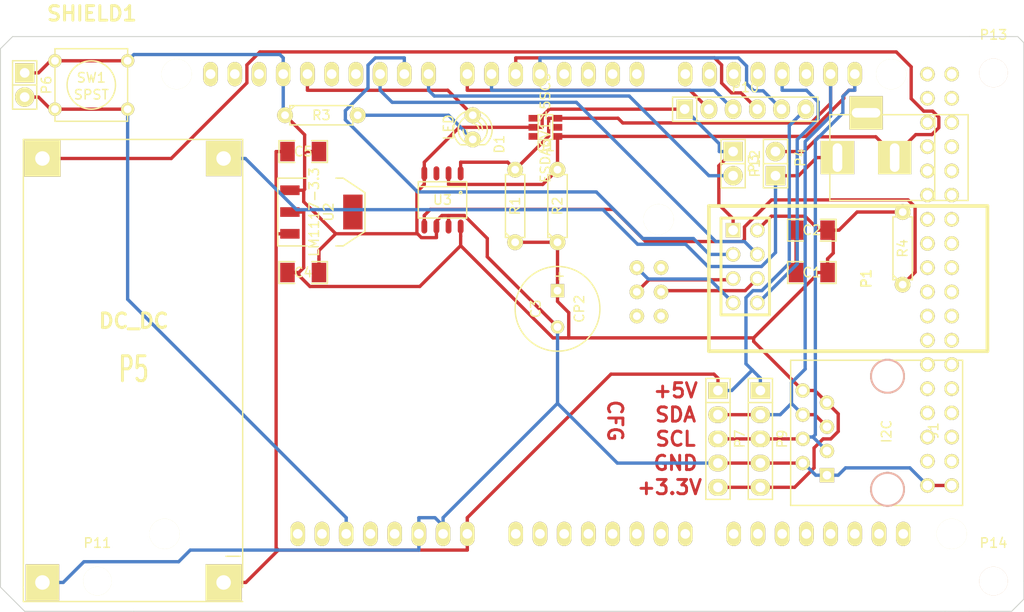
<source format=kicad_pcb>
(kicad_pcb (version 4) (host pcbnew "(2014-12-03 BZR 5311)-product")

  (general
    (links 79)
    (no_connects 0)
    (area 144.729999 40.589999 252.145001 101.650001)
    (thickness 1.6)
    (drawings 21)
    (tracks 312)
    (zones 0)
    (modules 28)
    (nets 24)
  )

  (page A4)
  (layers
    (0 F.Cu signal)
    (31 B.Cu signal)
    (32 B.Adhes user)
    (33 F.Adhes user)
    (34 B.Paste user)
    (35 F.Paste user)
    (36 B.SilkS user)
    (37 F.SilkS user)
    (38 B.Mask user)
    (39 F.Mask user)
    (40 Dwgs.User user)
    (41 Cmts.User user)
    (42 Eco1.User user)
    (43 Eco2.User user)
    (44 Edge.Cuts user)
    (45 Margin user)
    (46 B.CrtYd user)
    (47 F.CrtYd user)
    (48 B.Fab user)
    (49 F.Fab user)
  )

  (setup
    (last_trace_width 0.35)
    (trace_clearance 0.254)
    (zone_clearance 0.508)
    (zone_45_only no)
    (trace_min 0.35)
    (segment_width 0.2)
    (edge_width 0.1)
    (via_size 0.889)
    (via_drill 0.635)
    (via_min_size 0.889)
    (via_min_drill 0.508)
    (uvia_size 0.508)
    (uvia_drill 0.127)
    (uvias_allowed no)
    (uvia_min_size 0.508)
    (uvia_min_drill 0.127)
    (pcb_text_width 0.3)
    (pcb_text_size 1.5 1.5)
    (mod_edge_width 0.15)
    (mod_text_size 1 1)
    (mod_text_width 0.15)
    (pad_size 2.99974 2.99974)
    (pad_drill 2.99974)
    (pad_to_mask_clearance 0)
    (aux_axis_origin 0 0)
    (visible_elements 7FFFFFFF)
    (pcbplotparams
      (layerselection 0x00030_80000001)
      (usegerberextensions false)
      (excludeedgelayer true)
      (linewidth 0.100000)
      (plotframeref false)
      (viasonmask false)
      (mode 1)
      (useauxorigin false)
      (hpglpennumber 1)
      (hpglpenspeed 20)
      (hpglpendiameter 15)
      (hpglpenoverlay 2)
      (psnegative false)
      (psa4output false)
      (plotreference true)
      (plotvalue true)
      (plotinvisibletext false)
      (padsonsilk false)
      (subtractmaskfromsilk false)
      (outputformat 1)
      (mirror false)
      (drillshape 1)
      (scaleselection 1)
      (outputdirectory ""))
  )

  (net 0 "")
  (net 1 "Net-(C1-Pad1)")
  (net 2 "Net-(C1-Pad2)")
  (net 3 GND)
  (net 4 "Net-(C5-Pad1)")
  (net 5 "Net-(D1-Pad1)")
  (net 6 "Net-(D1-Pad2)")
  (net 7 "Net-(J1-Pad3)")
  (net 8 "Net-(J1-Pad5)")
  (net 9 "Net-(P1-Pad3)")
  (net 10 "Net-(P1-Pad4)")
  (net 11 "Net-(P1-Pad5)")
  (net 12 "Net-(P1-Pad6)")
  (net 13 "Net-(P1-Pad7)")
  (net 14 "Net-(P1-Pad8)")
  (net 15 "Net-(P3-Pad1)")
  (net 16 "Net-(P3-Pad2)")
  (net 17 "Net-(P6-Pad2)")
  (net 18 "Net-(P10-Pad2)")
  (net 19 "Net-(P10-Pad3)")
  (net 20 "Net-(P10-Pad4)")
  (net 21 "Net-(P10-Pad5)")
  (net 22 "Net-(P12-Pad2)")
  (net 23 "Net-(R4-Pad1)")

  (net_class Default "Questo è il gruppo di collegamenti predefinito"
    (clearance 0.254)
    (trace_width 0.35)
    (via_dia 0.889)
    (via_drill 0.635)
    (uvia_dia 0.508)
    (uvia_drill 0.127)
    (add_net GND)
    (add_net "Net-(C1-Pad1)")
    (add_net "Net-(C1-Pad2)")
    (add_net "Net-(C5-Pad1)")
    (add_net "Net-(D1-Pad1)")
    (add_net "Net-(D1-Pad2)")
    (add_net "Net-(J1-Pad3)")
    (add_net "Net-(J1-Pad5)")
    (add_net "Net-(P1-Pad3)")
    (add_net "Net-(P1-Pad4)")
    (add_net "Net-(P1-Pad5)")
    (add_net "Net-(P1-Pad6)")
    (add_net "Net-(P1-Pad7)")
    (add_net "Net-(P1-Pad8)")
    (add_net "Net-(P10-Pad2)")
    (add_net "Net-(P10-Pad3)")
    (add_net "Net-(P10-Pad4)")
    (add_net "Net-(P10-Pad5)")
    (add_net "Net-(P12-Pad2)")
    (add_net "Net-(P3-Pad1)")
    (add_net "Net-(P3-Pad2)")
    (add_net "Net-(P6-Pad2)")
    (add_net "Net-(R4-Pad1)")
  )

  (module SMD_Packages:SMD-1206 (layer F.Cu) (tedit 548D6D3F) (tstamp 548D6DC2)
    (at 229.87 65.405 180)
    (path /5484726E)
    (attr smd)
    (fp_text reference C1 (at 0 0 180) (layer F.SilkS)
      (effects (font (size 1 1) (thickness 0.15)))
    )
    (fp_text value CP2 (at 0 0 180) (layer F.SilkS) hide
      (effects (font (size 1 1) (thickness 0.15)))
    )
    (fp_line (start -2.54 -1.143) (end -2.54 1.143) (layer F.SilkS) (width 0.15))
    (fp_line (start -2.54 1.143) (end -0.889 1.143) (layer F.SilkS) (width 0.15))
    (fp_line (start 0.889 -1.143) (end 2.54 -1.143) (layer F.SilkS) (width 0.15))
    (fp_line (start 2.54 -1.143) (end 2.54 1.143) (layer F.SilkS) (width 0.15))
    (fp_line (start 2.54 1.143) (end 0.889 1.143) (layer F.SilkS) (width 0.15))
    (fp_line (start -0.889 -1.143) (end -2.54 -1.143) (layer F.SilkS) (width 0.15))
    (pad 1 smd rect (at -1.651 0 180) (size 1.524 2.032) (layers F.Cu F.Paste F.Mask)
      (net 1 "Net-(C1-Pad1)"))
    (pad 2 smd rect (at 1.651 0 180) (size 1.524 2.032) (layers F.Cu F.Paste F.Mask)
      (net 2 "Net-(C1-Pad2)"))
    (model SMD_Packages/SMD-1206.wrl
      (at (xyz 0 0 0))
      (scale (xyz 0.17 0.16 0.16))
      (rotate (xyz 0 0 0))
    )
  )

  (module SMD_Packages:SMD-1206 (layer F.Cu) (tedit 548D6D3F) (tstamp 548D6DC8)
    (at 229.87 60.96 180)
    (path /548471BF)
    (attr smd)
    (fp_text reference C2 (at 0 0 180) (layer F.SilkS)
      (effects (font (size 1 1) (thickness 0.15)))
    )
    (fp_text value C (at 0 0 180) (layer F.SilkS) hide
      (effects (font (size 1 1) (thickness 0.15)))
    )
    (fp_line (start -2.54 -1.143) (end -2.54 1.143) (layer F.SilkS) (width 0.15))
    (fp_line (start -2.54 1.143) (end -0.889 1.143) (layer F.SilkS) (width 0.15))
    (fp_line (start 0.889 -1.143) (end 2.54 -1.143) (layer F.SilkS) (width 0.15))
    (fp_line (start 2.54 -1.143) (end 2.54 1.143) (layer F.SilkS) (width 0.15))
    (fp_line (start 2.54 1.143) (end 0.889 1.143) (layer F.SilkS) (width 0.15))
    (fp_line (start -0.889 -1.143) (end -2.54 -1.143) (layer F.SilkS) (width 0.15))
    (pad 1 smd rect (at -1.651 0 180) (size 1.524 2.032) (layers F.Cu F.Paste F.Mask)
      (net 1 "Net-(C1-Pad1)"))
    (pad 2 smd rect (at 1.651 0 180) (size 1.524 2.032) (layers F.Cu F.Paste F.Mask)
      (net 2 "Net-(C1-Pad2)"))
    (model SMD_Packages/SMD-1206.wrl
      (at (xyz 0 0 0))
      (scale (xyz 0.17 0.16 0.16))
      (rotate (xyz 0 0 0))
    )
  )

  (module Discret:C1.5V8V (layer F.Cu) (tedit 548D6D3F) (tstamp 548D6DCE)
    (at 203.2 69.215 270)
    (path /54847234)
    (fp_text reference C3 (at 0 2.286 270) (layer F.SilkS)
      (effects (font (size 1 1) (thickness 0.15)))
    )
    (fp_text value CP2 (at 0 -2.286 270) (layer F.SilkS)
      (effects (font (size 1 1) (thickness 0.15)))
    )
    (fp_text user + (at -3.429 -0.127 270) (layer F.SilkS)
      (effects (font (size 1 1) (thickness 0.15)))
    )
    (fp_circle (center 0 0) (end 0 4.445) (layer F.SilkS) (width 0.15))
    (pad 1 thru_hole rect (at -1.905 0 270) (size 1.397 1.397) (drill 0.8128) (layers *.Cu *.Mask F.SilkS)
      (net 1 "Net-(C1-Pad1)"))
    (pad 2 thru_hole circle (at 1.905 0 270) (size 1.397 1.397) (drill 0.8128) (layers *.Cu *.Mask F.SilkS)
      (net 3 GND))
    (model Discret/C1.5V8V.wrl
      (at (xyz 0 0 0))
      (scale (xyz 1.5 1.5 1))
      (rotate (xyz 0 0 0))
    )
  )

  (module SMD_Packages:SMD-1206 (layer F.Cu) (tedit 548D6D3F) (tstamp 548D6DD4)
    (at 176.53 65.405)
    (path /5484BE53)
    (attr smd)
    (fp_text reference C4 (at 0 0) (layer F.SilkS)
      (effects (font (size 1 1) (thickness 0.15)))
    )
    (fp_text value C (at 0 0) (layer F.SilkS) hide
      (effects (font (size 1 1) (thickness 0.15)))
    )
    (fp_line (start -2.54 -1.143) (end -2.54 1.143) (layer F.SilkS) (width 0.15))
    (fp_line (start -2.54 1.143) (end -0.889 1.143) (layer F.SilkS) (width 0.15))
    (fp_line (start 0.889 -1.143) (end 2.54 -1.143) (layer F.SilkS) (width 0.15))
    (fp_line (start 2.54 -1.143) (end 2.54 1.143) (layer F.SilkS) (width 0.15))
    (fp_line (start 2.54 1.143) (end 0.889 1.143) (layer F.SilkS) (width 0.15))
    (fp_line (start -0.889 -1.143) (end -2.54 -1.143) (layer F.SilkS) (width 0.15))
    (pad 1 smd rect (at -1.651 0) (size 1.524 2.032) (layers F.Cu F.Paste F.Mask)
      (net 1 "Net-(C1-Pad1)"))
    (pad 2 smd rect (at 1.651 0) (size 1.524 2.032) (layers F.Cu F.Paste F.Mask)
      (net 3 GND))
    (model SMD_Packages/SMD-1206.wrl
      (at (xyz 0 0 0))
      (scale (xyz 0.17 0.16 0.16))
      (rotate (xyz 0 0 0))
    )
  )

  (module SMD_Packages:SMD-1206 (layer F.Cu) (tedit 548D6D3F) (tstamp 548D6DDA)
    (at 176.53 52.705)
    (path /5484BDC8)
    (attr smd)
    (fp_text reference C5 (at 0 0) (layer F.SilkS)
      (effects (font (size 1 1) (thickness 0.15)))
    )
    (fp_text value C (at 0 0) (layer F.SilkS) hide
      (effects (font (size 1 1) (thickness 0.15)))
    )
    (fp_line (start -2.54 -1.143) (end -2.54 1.143) (layer F.SilkS) (width 0.15))
    (fp_line (start -2.54 1.143) (end -0.889 1.143) (layer F.SilkS) (width 0.15))
    (fp_line (start 0.889 -1.143) (end 2.54 -1.143) (layer F.SilkS) (width 0.15))
    (fp_line (start 2.54 -1.143) (end 2.54 1.143) (layer F.SilkS) (width 0.15))
    (fp_line (start 2.54 1.143) (end 0.889 1.143) (layer F.SilkS) (width 0.15))
    (fp_line (start -0.889 -1.143) (end -2.54 -1.143) (layer F.SilkS) (width 0.15))
    (pad 1 smd rect (at -1.651 0) (size 1.524 2.032) (layers F.Cu F.Paste F.Mask)
      (net 4 "Net-(C5-Pad1)"))
    (pad 2 smd rect (at 1.651 0) (size 1.524 2.032) (layers F.Cu F.Paste F.Mask)
      (net 3 GND))
    (model SMD_Packages/SMD-1206.wrl
      (at (xyz 0 0 0))
      (scale (xyz 0.17 0.16 0.16))
      (rotate (xyz 0 0 0))
    )
  )

  (module LEDs:LED-3MM (layer F.Cu) (tedit 548D6D3F) (tstamp 548D6DE0)
    (at 194.31 50.165 270)
    (descr "LED 3mm - Lead pitch 100mil (2,54mm)")
    (tags "LED led 3mm 3MM 100mil 2,54mm")
    (path /548CF682)
    (fp_text reference D1 (at 1.778 -2.794 270) (layer F.SilkS)
      (effects (font (size 1 1) (thickness 0.15)))
    )
    (fp_text value LED (at 0 2.54 270) (layer F.SilkS)
      (effects (font (size 1 1) (thickness 0.15)))
    )
    (fp_line (start 1.8288 1.27) (end 1.8288 -1.27) (layer F.SilkS) (width 0.15))
    (fp_arc (start 0.254 0) (end -1.27 0) (angle 39.8) (layer F.SilkS) (width 0.15))
    (fp_arc (start 0.254 0) (end -0.88392 1.01092) (angle 41.6) (layer F.SilkS) (width 0.15))
    (fp_arc (start 0.254 0) (end 1.4097 -0.9906) (angle 40.6) (layer F.SilkS) (width 0.15))
    (fp_arc (start 0.254 0) (end 1.778 0) (angle 39.8) (layer F.SilkS) (width 0.15))
    (fp_arc (start 0.254 0) (end 0.254 -1.524) (angle 54.4) (layer F.SilkS) (width 0.15))
    (fp_arc (start 0.254 0) (end -0.9652 -0.9144) (angle 53.1) (layer F.SilkS) (width 0.15))
    (fp_arc (start 0.254 0) (end 1.45542 0.93472) (angle 52.1) (layer F.SilkS) (width 0.15))
    (fp_arc (start 0.254 0) (end 0.254 1.524) (angle 52.1) (layer F.SilkS) (width 0.15))
    (fp_arc (start 0.254 0) (end -0.381 0) (angle 90) (layer F.SilkS) (width 0.15))
    (fp_arc (start 0.254 0) (end -0.762 0) (angle 90) (layer F.SilkS) (width 0.15))
    (fp_arc (start 0.254 0) (end 0.889 0) (angle 90) (layer F.SilkS) (width 0.15))
    (fp_arc (start 0.254 0) (end 1.27 0) (angle 90) (layer F.SilkS) (width 0.15))
    (fp_arc (start 0.254 0) (end 0.254 -2.032) (angle 50.1) (layer F.SilkS) (width 0.15))
    (fp_arc (start 0.254 0) (end -1.5367 -0.95504) (angle 61.9) (layer F.SilkS) (width 0.15))
    (fp_arc (start 0.254 0) (end 1.8034 1.31064) (angle 49.7) (layer F.SilkS) (width 0.15))
    (fp_arc (start 0.254 0) (end 0.254 2.032) (angle 60.2) (layer F.SilkS) (width 0.15))
    (fp_arc (start 0.254 0) (end -1.778 0) (angle 28.3) (layer F.SilkS) (width 0.15))
    (fp_arc (start 0.254 0) (end -1.47574 1.06426) (angle 31.6) (layer F.SilkS) (width 0.15))
    (pad 1 thru_hole circle (at -1.27 0 270) (size 1.6764 1.6764) (drill 0.8128) (layers *.Cu *.Mask F.SilkS)
      (net 5 "Net-(D1-Pad1)"))
    (pad 2 thru_hole circle (at 1.27 0 270) (size 1.6764 1.6764) (drill 0.8128) (layers *.Cu *.Mask F.SilkS)
      (net 6 "Net-(D1-Pad2)"))
    (model LEDs/LED-3MM.wrl
      (at (xyz 0 0 0))
      (scale (xyz 1 1 1))
      (rotate (xyz 0 0 0))
    )
  )

  (module Connect:RJ45_8 (layer F.Cu) (tedit 548D6D3F) (tstamp 54CCBE9C)
    (at 237.808 82.2325 90)
    (tags RJ45)
    (path /54848597)
    (fp_text reference J1 (at 0.254 4.826 90) (layer F.SilkS)
      (effects (font (size 1 1) (thickness 0.15)))
    )
    (fp_text value I2C (at 0.14224 -0.1016 90) (layer F.SilkS)
      (effects (font (size 1 1) (thickness 0.15)))
    )
    (fp_line (start -7.62 7.874) (end 7.62 7.874) (layer F.SilkS) (width 0.15))
    (fp_line (start 7.62 7.874) (end 7.62 -10.16) (layer F.SilkS) (width 0.15))
    (fp_line (start 7.62 -10.16) (end -7.62 -10.16) (layer F.SilkS) (width 0.15))
    (fp_line (start -7.62 -10.16) (end -7.62 7.874) (layer F.SilkS) (width 0.15))
    (pad Hole np_thru_hole circle (at 5.93852 0 90) (size 3.64998 3.64998) (drill 3.2512) (layers *.Cu *.SilkS *.Mask))
    (pad Hole np_thru_hole circle (at -5.9309 0 90) (size 3.64998 3.64998) (drill 3.2512) (layers *.Cu *.SilkS *.Mask))
    (pad 1 thru_hole rect (at -4.445 -6.35 90) (size 1.50114 1.50114) (drill 0.89916) (layers *.Cu *.Mask F.SilkS)
      (net 3 GND))
    (pad 2 thru_hole circle (at -3.175 -8.89 90) (size 1.50114 1.50114) (drill 0.89916) (layers *.Cu *.Mask F.SilkS)
      (net 3 GND))
    (pad 3 thru_hole circle (at -1.905 -6.35 90) (size 1.50114 1.50114) (drill 0.89916) (layers *.Cu *.Mask F.SilkS)
      (net 7 "Net-(J1-Pad3)"))
    (pad 4 thru_hole circle (at -0.635 -8.89 90) (size 1.50114 1.50114) (drill 0.89916) (layers *.Cu *.Mask F.SilkS)
      (net 7 "Net-(J1-Pad3)"))
    (pad 5 thru_hole circle (at 0.635 -6.35 90) (size 1.50114 1.50114) (drill 0.89916) (layers *.Cu *.Mask F.SilkS)
      (net 8 "Net-(J1-Pad5)"))
    (pad 6 thru_hole circle (at 1.905 -8.89 90) (size 1.50114 1.50114) (drill 0.89916) (layers *.Cu *.Mask F.SilkS)
      (net 8 "Net-(J1-Pad5)"))
    (pad 7 thru_hole circle (at 3.175 -6.35 90) (size 1.50114 1.50114) (drill 0.89916) (layers *.Cu *.Mask F.SilkS)
      (net 1 "Net-(C1-Pad1)"))
    (pad 8 thru_hole circle (at 4.445 -8.89 90) (size 1.50114 1.50114) (drill 0.89916) (layers *.Cu *.Mask F.SilkS)
      (net 1 "Net-(C1-Pad1)"))
    (model Connect/RJ45_8.wrl
      (at (xyz 0 0 0))
      (scale (xyz 0.4 0.4 0.4))
      (rotate (xyz 0 0 0))
    )
  )

  (module Rmap:NRF24L01 (layer F.Cu) (tedit 53724BA0) (tstamp 548D6DFA)
    (at 219.075 58.42 270)
    (descr NRF24L01)
    (tags NRF24L01)
    (path /5484682C)
    (fp_text reference P1 (at 7.62 -16.51 270) (layer F.SilkS)
      (effects (font (size 1.016 1.016) (thickness 0.2032)))
    )
    (fp_text value NRF24L01_BRD (at 5.08 -11.43 270) (layer F.SilkS) hide
      (effects (font (size 1.016 1.016) (thickness 0.2032)))
    )
    (fp_line (start 0 0) (end 0 -29.21) (layer F.SilkS) (width 0.381))
    (fp_line (start 0 -29.21) (end 15.24 -29.21) (layer F.SilkS) (width 0.381))
    (fp_line (start 15.24 -29.21) (end 15.24 0) (layer F.SilkS) (width 0.381))
    (fp_line (start 15.24 0) (end 0 0) (layer F.SilkS) (width 0.381))
    (fp_line (start 1.27 -6.35) (end 11.43 -6.35) (layer F.SilkS) (width 0.3048))
    (fp_line (start 11.43 -6.35) (end 11.43 -1.27) (layer F.SilkS) (width 0.3048))
    (fp_line (start 11.43 -1.27) (end 1.27 -1.27) (layer F.SilkS) (width 0.3048))
    (fp_line (start 1.27 -1.27) (end 1.27 -6.35) (layer F.SilkS) (width 0.3048))
    (pad 1 thru_hole rect (at 2.54 -2.54 270) (size 1.524 1.524) (drill 1.016) (layers *.Cu *.Mask F.SilkS)
      (net 3 GND))
    (pad 2 thru_hole circle (at 2.54 -5.08 270) (size 1.524 1.524) (drill 1.016) (layers *.Cu *.Mask F.SilkS)
      (net 1 "Net-(C1-Pad1)"))
    (pad 3 thru_hole circle (at 5.08 -2.54 270) (size 1.524 1.524) (drill 1.016) (layers *.Cu *.Mask F.SilkS)
      (net 9 "Net-(P1-Pad3)"))
    (pad 4 thru_hole circle (at 5.08 -5.08 270) (size 1.524 1.524) (drill 1.016) (layers *.Cu *.Mask F.SilkS)
      (net 10 "Net-(P1-Pad4)"))
    (pad 5 thru_hole circle (at 7.62 -2.54 270) (size 1.524 1.524) (drill 1.016) (layers *.Cu *.Mask F.SilkS)
      (net 11 "Net-(P1-Pad5)"))
    (pad 6 thru_hole circle (at 7.62 -5.08 270) (size 1.524 1.524) (drill 1.016) (layers *.Cu *.Mask F.SilkS)
      (net 12 "Net-(P1-Pad6)"))
    (pad 7 thru_hole circle (at 10.16 -2.54 270) (size 1.524 1.524) (drill 1.016) (layers *.Cu *.Mask F.SilkS)
      (net 13 "Net-(P1-Pad7)"))
    (pad 8 thru_hole circle (at 10.16 -5.08 270) (size 1.524 1.524) (drill 1.016) (layers *.Cu *.Mask F.SilkS)
      (net 14 "Net-(P1-Pad8)"))
  )

  (module Pin_Headers:Pin_Header_Straight_1x02 (layer F.Cu) (tedit 548D6D3F) (tstamp 548D6E12)
    (at 226.06 53.975 90)
    (descr "Through hole pin header")
    (tags "pin header")
    (path /54849E63)
    (fp_text reference P3 (at 0 -2.286 90) (layer F.SilkS)
      (effects (font (size 1 1) (thickness 0.15)))
    )
    (fp_text value CONN_01X02 (at 0 0 90) (layer F.SilkS) hide
      (effects (font (size 1 1) (thickness 0.15)))
    )
    (fp_line (start 0 -1.27) (end 0 1.27) (layer F.SilkS) (width 0.15))
    (fp_line (start -2.54 -1.27) (end -2.54 1.27) (layer F.SilkS) (width 0.15))
    (fp_line (start -2.54 1.27) (end 0 1.27) (layer F.SilkS) (width 0.15))
    (fp_line (start 0 1.27) (end 2.54 1.27) (layer F.SilkS) (width 0.15))
    (fp_line (start 2.54 1.27) (end 2.54 -1.27) (layer F.SilkS) (width 0.15))
    (fp_line (start 2.54 -1.27) (end -2.54 -1.27) (layer F.SilkS) (width 0.15))
    (pad 1 thru_hole rect (at -1.27 0 90) (size 2.032 2.032) (drill 1.016) (layers *.Cu *.Mask F.SilkS)
      (net 15 "Net-(P3-Pad1)"))
    (pad 2 thru_hole oval (at 1.27 0 90) (size 2.032 2.032) (drill 1.016) (layers *.Cu *.Mask F.SilkS)
      (net 16 "Net-(P3-Pad2)"))
    (model Pin_Headers/Pin_Header_Straight_1x02.wrl
      (at (xyz 0 0 0))
      (scale (xyz 1 1 1))
      (rotate (xyz 0 0 0))
    )
  )

  (module Connect:BARREL_JACK (layer F.Cu) (tedit 548D6D3F) (tstamp 548D6E19)
    (at 238.76 53.34 180)
    (descr "DC Barrel Jack")
    (tags "Power Jack")
    (path /54849DFE)
    (fp_text reference P4 (at 10.09904 0 270) (layer F.SilkS)
      (effects (font (size 1 1) (thickness 0.15)))
    )
    (fp_text value CONN_01X03 (at 0 -5.99948 180) (layer F.SilkS) hide
      (effects (font (size 1 1) (thickness 0.15)))
    )
    (fp_line (start -4.0005 -4.50088) (end -4.0005 4.50088) (layer F.SilkS) (width 0.15))
    (fp_line (start -7.50062 -4.50088) (end -7.50062 4.50088) (layer F.SilkS) (width 0.15))
    (fp_line (start -7.50062 4.50088) (end 7.00024 4.50088) (layer F.SilkS) (width 0.15))
    (fp_line (start 7.00024 4.50088) (end 7.00024 -4.50088) (layer F.SilkS) (width 0.15))
    (fp_line (start 7.00024 -4.50088) (end -7.50062 -4.50088) (layer F.SilkS) (width 0.15))
    (pad 1 thru_hole rect (at 6.20014 0 180) (size 3.50012 3.50012) (drill oval 1.00076 2.99974) (layers *.Cu *.Mask F.SilkS)
      (net 15 "Net-(P3-Pad1)"))
    (pad 2 thru_hole rect (at 0.20066 0 180) (size 3.50012 3.50012) (drill oval 1.00076 2.99974) (layers *.Cu *.Mask F.SilkS)
      (net 16 "Net-(P3-Pad2)"))
    (pad 3 thru_hole rect (at 3.2004 4.699 180) (size 3.50012 3.50012) (drill oval 2.99974 1.00076) (layers *.Cu *.Mask F.SilkS))
  )

  (module Rmap:DC_DC (layer F.Cu) (tedit 548D6D21) (tstamp 548DD3D6)
    (at 170.18 51.435 180)
    (descr "DC_DC converter")
    (tags DC_DC)
    (path /54849BBA)
    (fp_text reference P5 (at 11.43 -24.13 180) (layer F.SilkS)
      (effects (font (size 2.6162 1.59766) (thickness 0.3048)))
    )
    (fp_text value DC_DC (at 11.43 -19.05 180) (layer F.SilkS)
      (effects (font (thickness 0.3048)))
    )
    (fp_line (start 23 -48.5) (end 23 -47) (layer F.SilkS) (width 0.15))
    (fp_line (start 0.25 -43.75) (end 1.75 -43.75) (layer F.SilkS) (width 0.15))
    (fp_line (start 0 0) (end 23 0) (layer F.SilkS) (width 0.15))
    (fp_line (start 0 -47) (end 0 0) (layer F.SilkS) (width 0.15))
    (fp_line (start 23 -48.5) (end 0 -48.5) (layer F.SilkS) (width 0.15))
    (fp_line (start 23 0) (end 23 -47) (layer F.SilkS) (width 0.15))
    (pad 2 thru_hole rect (at 21 -2 270) (size 3.81 3.81) (drill 1.524) (layers *.Cu *.Mask F.SilkS)
      (net 16 "Net-(P3-Pad2)"))
    (pad 3 thru_hole rect (at 2 -46.5 270) (size 3.81 3.79984) (drill 1.524) (layers *.Cu *.Mask F.SilkS)
      (net 4 "Net-(C5-Pad1)"))
    (pad 1 thru_hole rect (at 2 -2 270) (size 3.7 3.7) (drill 1.524) (layers *.Cu *.Mask F.SilkS)
      (net 15 "Net-(P3-Pad1)"))
    (pad 4 thru_hole rect (at 21 -46.5 180) (size 3.5 3.81) (drill 1.524) (layers *.Cu *.Mask F.SilkS)
      (net 3 GND))
    (model device/bornier_4.wrl
      (at (xyz 0 0 0))
      (scale (xyz 1 1 1))
      (rotate (xyz 0 0 0))
    )
  )

  (module Pin_Headers:Pin_Header_Straight_1x02 (layer F.Cu) (tedit 548D6D3F) (tstamp 548D6E27)
    (at 147.32 45.72 270)
    (descr "Through hole pin header")
    (tags "pin header")
    (path /548CE063)
    (fp_text reference P6 (at 0 -2.286 270) (layer F.SilkS)
      (effects (font (size 1 1) (thickness 0.15)))
    )
    (fp_text value CONN_01X02 (at 0 0 270) (layer F.SilkS) hide
      (effects (font (size 1 1) (thickness 0.15)))
    )
    (fp_line (start 0 -1.27) (end 0 1.27) (layer F.SilkS) (width 0.15))
    (fp_line (start -2.54 -1.27) (end -2.54 1.27) (layer F.SilkS) (width 0.15))
    (fp_line (start -2.54 1.27) (end 0 1.27) (layer F.SilkS) (width 0.15))
    (fp_line (start 0 1.27) (end 2.54 1.27) (layer F.SilkS) (width 0.15))
    (fp_line (start 2.54 1.27) (end 2.54 -1.27) (layer F.SilkS) (width 0.15))
    (fp_line (start 2.54 -1.27) (end -2.54 -1.27) (layer F.SilkS) (width 0.15))
    (pad 1 thru_hole rect (at -1.27 0 270) (size 2.032 2.032) (drill 1.016) (layers *.Cu *.Mask F.SilkS)
      (net 3 GND))
    (pad 2 thru_hole oval (at 1.27 0 270) (size 2.032 2.032) (drill 1.016) (layers *.Cu *.Mask F.SilkS)
      (net 17 "Net-(P6-Pad2)"))
    (model Pin_Headers/Pin_Header_Straight_1x02.wrl
      (at (xyz 0 0 0))
      (scale (xyz 1 1 1))
      (rotate (xyz 0 0 0))
    )
  )

  (module Pin_Headers:Pin_Header_Straight_1x06 (layer F.Cu) (tedit 548D6D3F) (tstamp 548D6E51)
    (at 222.885 48.26)
    (descr "Through hole pin header")
    (tags "pin header")
    (path /548CC869)
    (fp_text reference P10 (at 0 -2.286) (layer F.SilkS)
      (effects (font (size 1 1) (thickness 0.15)))
    )
    (fp_text value CONN_01X06 (at 0 0) (layer F.SilkS) hide
      (effects (font (size 1 1) (thickness 0.15)))
    )
    (fp_line (start -5.08 -1.27) (end 7.62 -1.27) (layer F.SilkS) (width 0.15))
    (fp_line (start 7.62 -1.27) (end 7.62 1.27) (layer F.SilkS) (width 0.15))
    (fp_line (start 7.62 1.27) (end -5.08 1.27) (layer F.SilkS) (width 0.15))
    (fp_line (start -7.62 -1.27) (end -5.08 -1.27) (layer F.SilkS) (width 0.15))
    (fp_line (start -5.08 -1.27) (end -5.08 1.27) (layer F.SilkS) (width 0.15))
    (fp_line (start -7.62 -1.27) (end -7.62 1.27) (layer F.SilkS) (width 0.15))
    (fp_line (start -7.62 1.27) (end -5.08 1.27) (layer F.SilkS) (width 0.15))
    (pad 1 thru_hole rect (at -6.35 0) (size 1.7272 2.032) (drill 1.016) (layers *.Cu *.Mask F.SilkS)
      (net 3 GND))
    (pad 2 thru_hole oval (at -3.81 0) (size 1.7272 2.032) (drill 1.016) (layers *.Cu *.Mask F.SilkS)
      (net 18 "Net-(P10-Pad2)"))
    (pad 3 thru_hole oval (at -1.27 0) (size 1.7272 2.032) (drill 1.016) (layers *.Cu *.Mask F.SilkS)
      (net 19 "Net-(P10-Pad3)"))
    (pad 4 thru_hole oval (at 1.27 0) (size 1.7272 2.032) (drill 1.016) (layers *.Cu *.Mask F.SilkS)
      (net 20 "Net-(P10-Pad4)"))
    (pad 5 thru_hole oval (at 3.81 0) (size 1.7272 2.032) (drill 1.016) (layers *.Cu *.Mask F.SilkS)
      (net 21 "Net-(P10-Pad5)"))
    (pad 6 thru_hole oval (at 6.35 0) (size 1.7272 2.032) (drill 1.016) (layers *.Cu *.Mask F.SilkS)
      (net 4 "Net-(C5-Pad1)"))
    (model Pin_Headers/Pin_Header_Straight_1x06.wrl
      (at (xyz 0 0 0))
      (scale (xyz 1 1 1))
      (rotate (xyz 0 0 0))
    )
  )

  (module Pin_Headers:Pin_Header_Straight_1x02 (layer F.Cu) (tedit 548D6D3F) (tstamp 54CCBE89)
    (at 221.615 53.975 270)
    (descr "Through hole pin header")
    (tags "pin header")
    (path /54849046)
    (fp_text reference P12 (at 0 -2.286 270) (layer F.SilkS)
      (effects (font (size 1 1) (thickness 0.15)))
    )
    (fp_text value CONFIG (at 0 0 270) (layer F.SilkS) hide
      (effects (font (size 1 1) (thickness 0.15)))
    )
    (fp_line (start 0 -1.27) (end 0 1.27) (layer F.SilkS) (width 0.15))
    (fp_line (start -2.54 -1.27) (end -2.54 1.27) (layer F.SilkS) (width 0.15))
    (fp_line (start -2.54 1.27) (end 0 1.27) (layer F.SilkS) (width 0.15))
    (fp_line (start 0 1.27) (end 2.54 1.27) (layer F.SilkS) (width 0.15))
    (fp_line (start 2.54 1.27) (end 2.54 -1.27) (layer F.SilkS) (width 0.15))
    (fp_line (start 2.54 -1.27) (end -2.54 -1.27) (layer F.SilkS) (width 0.15))
    (pad 1 thru_hole rect (at -1.27 0 270) (size 2.032 2.032) (drill 1.016) (layers *.Cu *.Mask F.SilkS)
      (net 3 GND))
    (pad 2 thru_hole oval (at 1.27 0 270) (size 2.032 2.032) (drill 1.016) (layers *.Cu *.Mask F.SilkS)
      (net 22 "Net-(P12-Pad2)"))
    (model Pin_Headers/Pin_Header_Straight_1x02.wrl
      (at (xyz 0 0 0))
      (scale (xyz 1 1 1))
      (rotate (xyz 0 0 0))
    )
  )

  (module Discret:R3-LARGE_PADS (layer F.Cu) (tedit 548D6D3F) (tstamp 548D6E5D)
    (at 198.755 58.42 90)
    (descr "Resitance 3 pas")
    (tags R)
    (path /5484830C)
    (autoplace_cost180 10)
    (fp_text reference R1 (at 0 0 90) (layer F.SilkS)
      (effects (font (size 1 1) (thickness 0.15)))
    )
    (fp_text value R (at 0 0 90) (layer F.SilkS) hide
      (effects (font (size 1 1) (thickness 0.15)))
    )
    (fp_line (start -3.81 0) (end -3.302 0) (layer F.SilkS) (width 0.15))
    (fp_line (start 3.81 0) (end 3.302 0) (layer F.SilkS) (width 0.15))
    (fp_line (start 3.302 0) (end 3.302 -1.016) (layer F.SilkS) (width 0.15))
    (fp_line (start 3.302 -1.016) (end -3.302 -1.016) (layer F.SilkS) (width 0.15))
    (fp_line (start -3.302 -1.016) (end -3.302 1.016) (layer F.SilkS) (width 0.15))
    (fp_line (start -3.302 1.016) (end 3.302 1.016) (layer F.SilkS) (width 0.15))
    (fp_line (start 3.302 1.016) (end 3.302 0) (layer F.SilkS) (width 0.15))
    (fp_line (start -3.302 -0.508) (end -2.794 -1.016) (layer F.SilkS) (width 0.15))
    (pad 1 thru_hole circle (at -3.81 0 90) (size 1.651 1.651) (drill 0.8128) (layers *.Cu *.Mask F.SilkS)
      (net 1 "Net-(C1-Pad1)"))
    (pad 2 thru_hole circle (at 3.81 0 90) (size 1.651 1.651) (drill 0.8128) (layers *.Cu *.Mask F.SilkS)
      (net 8 "Net-(J1-Pad5)"))
    (model Discret/R3-LARGE_PADS.wrl
      (at (xyz 0 0 0))
      (scale (xyz 0.3 0.3 0.3))
      (rotate (xyz 0 0 0))
    )
  )

  (module Discret:R3-LARGE_PADS (layer F.Cu) (tedit 548D6D3F) (tstamp 548D6E63)
    (at 203.2 58.42 90)
    (descr "Resitance 3 pas")
    (tags R)
    (path /548482B2)
    (autoplace_cost180 10)
    (fp_text reference R2 (at 0 0 90) (layer F.SilkS)
      (effects (font (size 1 1) (thickness 0.15)))
    )
    (fp_text value R (at 0 0 90) (layer F.SilkS) hide
      (effects (font (size 1 1) (thickness 0.15)))
    )
    (fp_line (start -3.81 0) (end -3.302 0) (layer F.SilkS) (width 0.15))
    (fp_line (start 3.81 0) (end 3.302 0) (layer F.SilkS) (width 0.15))
    (fp_line (start 3.302 0) (end 3.302 -1.016) (layer F.SilkS) (width 0.15))
    (fp_line (start 3.302 -1.016) (end -3.302 -1.016) (layer F.SilkS) (width 0.15))
    (fp_line (start -3.302 -1.016) (end -3.302 1.016) (layer F.SilkS) (width 0.15))
    (fp_line (start -3.302 1.016) (end 3.302 1.016) (layer F.SilkS) (width 0.15))
    (fp_line (start 3.302 1.016) (end 3.302 0) (layer F.SilkS) (width 0.15))
    (fp_line (start -3.302 -0.508) (end -2.794 -1.016) (layer F.SilkS) (width 0.15))
    (pad 1 thru_hole circle (at -3.81 0 90) (size 1.651 1.651) (drill 0.8128) (layers *.Cu *.Mask F.SilkS)
      (net 1 "Net-(C1-Pad1)"))
    (pad 2 thru_hole circle (at 3.81 0 90) (size 1.651 1.651) (drill 0.8128) (layers *.Cu *.Mask F.SilkS)
      (net 7 "Net-(J1-Pad3)"))
    (model Discret/R3-LARGE_PADS.wrl
      (at (xyz 0 0 0))
      (scale (xyz 0.3 0.3 0.3))
      (rotate (xyz 0 0 0))
    )
  )

  (module Discret:R3-LARGE_PADS (layer F.Cu) (tedit 548D6D3F) (tstamp 548D6E69)
    (at 178.435 48.895)
    (descr "Resitance 3 pas")
    (tags R)
    (path /548CF715)
    (autoplace_cost180 10)
    (fp_text reference R3 (at 0 0) (layer F.SilkS)
      (effects (font (size 1 1) (thickness 0.15)))
    )
    (fp_text value R (at 0 0) (layer F.SilkS) hide
      (effects (font (size 1 1) (thickness 0.15)))
    )
    (fp_line (start -3.81 0) (end -3.302 0) (layer F.SilkS) (width 0.15))
    (fp_line (start 3.81 0) (end 3.302 0) (layer F.SilkS) (width 0.15))
    (fp_line (start 3.302 0) (end 3.302 -1.016) (layer F.SilkS) (width 0.15))
    (fp_line (start 3.302 -1.016) (end -3.302 -1.016) (layer F.SilkS) (width 0.15))
    (fp_line (start -3.302 -1.016) (end -3.302 1.016) (layer F.SilkS) (width 0.15))
    (fp_line (start -3.302 1.016) (end 3.302 1.016) (layer F.SilkS) (width 0.15))
    (fp_line (start 3.302 1.016) (end 3.302 0) (layer F.SilkS) (width 0.15))
    (fp_line (start -3.302 -0.508) (end -2.794 -1.016) (layer F.SilkS) (width 0.15))
    (pad 1 thru_hole circle (at -3.81 0) (size 1.651 1.651) (drill 0.8128) (layers *.Cu *.Mask F.SilkS)
      (net 3 GND))
    (pad 2 thru_hole circle (at 3.81 0) (size 1.651 1.651) (drill 0.8128) (layers *.Cu *.Mask F.SilkS)
      (net 6 "Net-(D1-Pad2)"))
    (model Discret/R3-LARGE_PADS.wrl
      (at (xyz 0 0 0))
      (scale (xyz 0.3 0.3 0.3))
      (rotate (xyz 0 0 0))
    )
  )

  (module Discret:SW_PUSH_SMALL (layer F.Cu) (tedit 548D6D3F) (tstamp 548D6ED7)
    (at 154.305 45.72)
    (path /5484991E)
    (fp_text reference SW1 (at 0 -0.762) (layer F.SilkS)
      (effects (font (size 1 1) (thickness 0.15)))
    )
    (fp_text value SPST (at 0 1.016) (layer F.SilkS)
      (effects (font (size 1 1) (thickness 0.15)))
    )
    (fp_circle (center 0 0) (end 0 -2.54) (layer F.SilkS) (width 0.15))
    (fp_line (start -3.81 -3.81) (end 3.81 -3.81) (layer F.SilkS) (width 0.15))
    (fp_line (start 3.81 -3.81) (end 3.81 3.81) (layer F.SilkS) (width 0.15))
    (fp_line (start 3.81 3.81) (end -3.81 3.81) (layer F.SilkS) (width 0.15))
    (fp_line (start -3.81 -3.81) (end -3.81 3.81) (layer F.SilkS) (width 0.15))
    (pad 1 thru_hole circle (at 3.81 -2.54) (size 1.397 1.397) (drill 0.8128) (layers *.Cu *.Mask F.SilkS)
      (net 3 GND))
    (pad 2 thru_hole circle (at 3.81 2.54) (size 1.397 1.397) (drill 0.8128) (layers *.Cu *.Mask F.SilkS)
      (net 17 "Net-(P6-Pad2)"))
    (pad 1 thru_hole circle (at -3.81 -2.54) (size 1.397 1.397) (drill 0.8128) (layers *.Cu *.Mask F.SilkS)
      (net 3 GND))
    (pad 2 thru_hole circle (at -3.81 2.54) (size 1.397 1.397) (drill 0.8128) (layers *.Cu *.Mask F.SilkS)
      (net 17 "Net-(P6-Pad2)"))
  )

  (module SMD_Packages:SOT-23-6 (layer F.Cu) (tedit 548D6D3F) (tstamp 548D6EE1)
    (at 201.93 50.165 270)
    (path /548CBC48)
    (fp_text reference U1 (at 1.99898 0 360) (layer F.SilkS)
      (effects (font (size 1 1) (thickness 0.15)))
    )
    (fp_text value ESDA6V1-5SC6 (at 0.0635 0 270) (layer F.SilkS)
      (effects (font (size 1 1) (thickness 0.15)))
    )
    (fp_line (start -0.508 0.762) (end -1.27 0.254) (layer F.SilkS) (width 0.15))
    (fp_line (start 1.27 0.762) (end -1.3335 0.762) (layer F.SilkS) (width 0.15))
    (fp_line (start -1.3335 0.762) (end -1.3335 -0.762) (layer F.SilkS) (width 0.15))
    (fp_line (start -1.3335 -0.762) (end 1.27 -0.762) (layer F.SilkS) (width 0.15))
    (fp_line (start 1.27 -0.762) (end 1.27 0.762) (layer F.SilkS) (width 0.15))
    (pad 6 smd rect (at -0.9525 -1.27 270) (size 0.70104 1.00076) (layers F.Cu F.Paste F.Mask)
      (net 8 "Net-(J1-Pad5)"))
    (pad 5 smd rect (at 0 -1.27 270) (size 0.70104 1.00076) (layers F.Cu F.Paste F.Mask))
    (pad 4 smd rect (at 0.9525 -1.27 270) (size 0.70104 1.00076) (layers F.Cu F.Paste F.Mask)
      (net 7 "Net-(J1-Pad3)"))
    (pad 3 smd rect (at 0.9525 1.27 270) (size 0.70104 1.00076) (layers F.Cu F.Paste F.Mask))
    (pad 2 smd rect (at 0 1.27 270) (size 0.70104 1.00076) (layers F.Cu F.Paste F.Mask)
      (net 3 GND))
    (pad 1 smd rect (at -0.9525 1.27 270) (size 0.70104 1.00076) (layers F.Cu F.Paste F.Mask))
    (model SMD_Packages/SOT-23-6.wrl
      (at (xyz 0 0 0))
      (scale (xyz 0.11 0.11 0.11))
      (rotate (xyz 0 0 0))
    )
  )

  (module SMD_Packages:SOT-223 (layer F.Cu) (tedit 548D6D3F) (tstamp 548D6EE9)
    (at 178.435 59.055 270)
    (descr "module CMS SOT223 4 pins")
    (tags "CMS SOT")
    (path /5484B372)
    (attr smd)
    (fp_text reference U2 (at 0 -0.762 270) (layer F.SilkS)
      (effects (font (size 1 1) (thickness 0.15)))
    )
    (fp_text value LM1117-3.3 (at 0 0.762 270) (layer F.SilkS)
      (effects (font (size 1 1) (thickness 0.15)))
    )
    (fp_line (start -3.556 1.524) (end -3.556 4.572) (layer F.SilkS) (width 0.15))
    (fp_line (start -3.556 4.572) (end 3.556 4.572) (layer F.SilkS) (width 0.15))
    (fp_line (start 3.556 4.572) (end 3.556 1.524) (layer F.SilkS) (width 0.15))
    (fp_line (start -3.556 -1.524) (end -3.556 -2.286) (layer F.SilkS) (width 0.15))
    (fp_line (start -3.556 -2.286) (end -2.032 -4.572) (layer F.SilkS) (width 0.15))
    (fp_line (start -2.032 -4.572) (end 2.032 -4.572) (layer F.SilkS) (width 0.15))
    (fp_line (start 2.032 -4.572) (end 3.556 -2.286) (layer F.SilkS) (width 0.15))
    (fp_line (start 3.556 -2.286) (end 3.556 -1.524) (layer F.SilkS) (width 0.15))
    (pad 4 smd rect (at 0 -3.302 270) (size 3.6576 2.032) (layers F.Cu F.Paste F.Mask))
    (pad 2 smd rect (at 0 3.302 270) (size 1.016 2.032) (layers F.Cu F.Paste F.Mask)
      (net 1 "Net-(C1-Pad1)"))
    (pad 3 smd rect (at 2.286 3.302 270) (size 1.016 2.032) (layers F.Cu F.Paste F.Mask)
      (net 4 "Net-(C5-Pad1)"))
    (pad 1 smd rect (at -2.286 3.302 270) (size 1.016 2.032) (layers F.Cu F.Paste F.Mask)
      (net 3 GND))
    (model SMD_Packages/SOT-223.wrl
      (at (xyz 0 0 0))
      (scale (xyz 0.4 0.4 0.4))
      (rotate (xyz 0 0 0))
    )
  )

  (module Mounting_Holes:MountingHole_3mm (layer F.Cu) (tedit 548DAD47) (tstamp 548DAC6A)
    (at 154.94 97.79)
    (descr "Mounting hole, Befestigungsbohrung, 3mm, No Annular, Kein Restring,")
    (tags "Mounting hole, Befestigungsbohrung, 3mm, No Annular, Kein Restring,")
    (path /548DACD4)
    (fp_text reference P11 (at 0 -4.0005) (layer F.SilkS)
      (effects (font (size 1 1) (thickness 0.15)))
    )
    (fp_text value CONN_01X01 (at 1.00076 5.00126) (layer F.SilkS) hide
      (effects (font (size 1 1) (thickness 0.15)))
    )
    (fp_circle (center 0 0) (end 2.99974 0) (layer Cmts.User) (width 0.381))
    (pad "" np_thru_hole circle (at 0 0) (size 2.99974 2.99974) (drill 2.99974) (layers *.Cu *.Mask F.SilkS))
  )

  (module Mounting_Holes:MountingHole_3mm (layer F.Cu) (tedit 548DAD3E) (tstamp 548E04EB)
    (at 248.92 44.45)
    (descr "Mounting hole, Befestigungsbohrung, 3mm, No Annular, Kein Restring,")
    (tags "Mounting hole, Befestigungsbohrung, 3mm, No Annular, Kein Restring,")
    (path /548DAD07)
    (fp_text reference P13 (at 0 -4.0005) (layer F.SilkS)
      (effects (font (size 1 1) (thickness 0.15)))
    )
    (fp_text value CONN_01X01 (at 1.00076 5.00126) (layer F.SilkS) hide
      (effects (font (size 1 1) (thickness 0.15)))
    )
    (fp_circle (center 0 0) (end 2.99974 0) (layer Cmts.User) (width 0.381))
    (pad "" np_thru_hole circle (at 0 0) (size 2.99974 2.99974) (drill 2.99974) (layers *.Cu *.SilkS *.Mask))
  )

  (module Mounting_Holes:MountingHole_3mm (layer F.Cu) (tedit 548DD498) (tstamp 548DD7A9)
    (at 248.92 97.79)
    (descr "Mounting hole, Befestigungsbohrung, 3mm, No Annular, Kein Restring,")
    (tags "Mounting hole, Befestigungsbohrung, 3mm, No Annular, Kein Restring,")
    (path /548DD5A1)
    (fp_text reference P14 (at 0 -4.0005) (layer F.SilkS)
      (effects (font (size 1 1) (thickness 0.15)))
    )
    (fp_text value CONN_01X01 (at 1.00076 5.00126) (layer F.SilkS) hide
      (effects (font (size 1 1) (thickness 0.15)))
    )
    (fp_circle (center 0 0) (end 2.99974 0) (layer Cmts.User) (width 0.381))
    (pad "" np_thru_hole circle (at 0 0) (size 2.99974 2.99974) (drill 2.99974) (layers *.Cu *.SilkS *.Mask))
  )

  (module Pin_Headers:Pin_Header_Straight_1x05 (layer F.Cu) (tedit 548DD00B) (tstamp 54CCBE7C)
    (at 220.028 82.8675 270)
    (descr "Through hole pin header")
    (tags "pin header")
    (path /548DDBBD)
    (fp_text reference P7 (at 0 -2.286 270) (layer F.SilkS)
      (effects (font (size 1 1) (thickness 0.15)))
    )
    (fp_text value CONN_01X05 (at 0 0 270) (layer F.SilkS) hide
      (effects (font (size 1 1) (thickness 0.15)))
    )
    (fp_line (start -3.81 -1.27) (end 6.35 -1.27) (layer F.SilkS) (width 0.15))
    (fp_line (start 6.35 -1.27) (end 6.35 1.27) (layer F.SilkS) (width 0.15))
    (fp_line (start 6.35 1.27) (end -3.81 1.27) (layer F.SilkS) (width 0.15))
    (fp_line (start -6.35 -1.27) (end -3.81 -1.27) (layer F.SilkS) (width 0.15))
    (fp_line (start -3.81 -1.27) (end -3.81 1.27) (layer F.SilkS) (width 0.15))
    (fp_line (start -6.35 -1.27) (end -6.35 1.27) (layer F.SilkS) (width 0.15))
    (fp_line (start -6.35 1.27) (end -3.81 1.27) (layer F.SilkS) (width 0.15))
    (pad 1 thru_hole rect (at -5.08 0 270) (size 1.7272 2.032) (drill 1.016) (layers *.Cu *.Mask F.SilkS)
      (net 4 "Net-(C5-Pad1)"))
    (pad 2 thru_hole oval (at -2.54 0 270) (size 1.7272 2.032) (drill 1.016) (layers *.Cu *.Mask F.SilkS)
      (net 8 "Net-(J1-Pad5)"))
    (pad 3 thru_hole oval (at 0 0 270) (size 1.7272 2.032) (drill 1.016) (layers *.Cu *.Mask F.SilkS)
      (net 7 "Net-(J1-Pad3)"))
    (pad 4 thru_hole oval (at 2.54 0 270) (size 1.7272 2.032) (drill 1.016) (layers *.Cu *.Mask F.SilkS)
      (net 3 GND))
    (pad 5 thru_hole oval (at 5.08 0 270) (size 1.7272 2.032) (drill 1.016) (layers *.Cu *.Mask F.SilkS)
      (net 1 "Net-(C1-Pad1)"))
    (model Pin_Headers/Pin_Header_Straight_1x05.wrl
      (at (xyz 0 0 0))
      (scale (xyz 1 1 1))
      (rotate (xyz 0 0 0))
    )
  )

  (module Pin_Headers:Pin_Header_Straight_1x05 (layer F.Cu) (tedit 548DD00B) (tstamp 54CCBE6B)
    (at 224.472 82.8675 270)
    (descr "Through hole pin header")
    (tags "pin header")
    (path /548DDC59)
    (fp_text reference P9 (at 0 -2.286 270) (layer F.SilkS)
      (effects (font (size 1 1) (thickness 0.15)))
    )
    (fp_text value CONN_01X05 (at 0 0 270) (layer F.SilkS) hide
      (effects (font (size 1 1) (thickness 0.15)))
    )
    (fp_line (start -3.81 -1.27) (end 6.35 -1.27) (layer F.SilkS) (width 0.15))
    (fp_line (start 6.35 -1.27) (end 6.35 1.27) (layer F.SilkS) (width 0.15))
    (fp_line (start 6.35 1.27) (end -3.81 1.27) (layer F.SilkS) (width 0.15))
    (fp_line (start -6.35 -1.27) (end -3.81 -1.27) (layer F.SilkS) (width 0.15))
    (fp_line (start -3.81 -1.27) (end -3.81 1.27) (layer F.SilkS) (width 0.15))
    (fp_line (start -6.35 -1.27) (end -6.35 1.27) (layer F.SilkS) (width 0.15))
    (fp_line (start -6.35 1.27) (end -3.81 1.27) (layer F.SilkS) (width 0.15))
    (pad 1 thru_hole rect (at -5.08 0 270) (size 1.7272 2.032) (drill 1.016) (layers *.Cu *.Mask F.SilkS)
      (net 4 "Net-(C5-Pad1)"))
    (pad 2 thru_hole oval (at -2.54 0 270) (size 1.7272 2.032) (drill 1.016) (layers *.Cu *.Mask F.SilkS)
      (net 8 "Net-(J1-Pad5)"))
    (pad 3 thru_hole oval (at 0 0 270) (size 1.7272 2.032) (drill 1.016) (layers *.Cu *.Mask F.SilkS)
      (net 7 "Net-(J1-Pad3)"))
    (pad 4 thru_hole oval (at 2.54 0 270) (size 1.7272 2.032) (drill 1.016) (layers *.Cu *.Mask F.SilkS)
      (net 3 GND))
    (pad 5 thru_hole oval (at 5.08 0 270) (size 1.7272 2.032) (drill 1.016) (layers *.Cu *.Mask F.SilkS)
      (net 1 "Net-(C1-Pad1)"))
    (model Pin_Headers/Pin_Header_Straight_1x05.wrl
      (at (xyz 0 0 0))
      (scale (xyz 1 1 1))
      (rotate (xyz 0 0 0))
    )
  )

  (module Discret:R3-LARGE_PADS (layer F.Cu) (tedit 548EEC0D) (tstamp 548EECF2)
    (at 239.395 62.865 90)
    (descr "Resitance 3 pas")
    (tags R)
    (path /548F068C)
    (autoplace_cost180 10)
    (fp_text reference R4 (at 0 0 90) (layer F.SilkS)
      (effects (font (size 1 1) (thickness 0.15)))
    )
    (fp_text value R (at 0 0 90) (layer F.SilkS) hide
      (effects (font (size 1 1) (thickness 0.15)))
    )
    (fp_line (start -3.81 0) (end -3.302 0) (layer F.SilkS) (width 0.15))
    (fp_line (start 3.81 0) (end 3.302 0) (layer F.SilkS) (width 0.15))
    (fp_line (start 3.302 0) (end 3.302 -1.016) (layer F.SilkS) (width 0.15))
    (fp_line (start 3.302 -1.016) (end -3.302 -1.016) (layer F.SilkS) (width 0.15))
    (fp_line (start -3.302 -1.016) (end -3.302 1.016) (layer F.SilkS) (width 0.15))
    (fp_line (start -3.302 1.016) (end 3.302 1.016) (layer F.SilkS) (width 0.15))
    (fp_line (start 3.302 1.016) (end 3.302 0) (layer F.SilkS) (width 0.15))
    (fp_line (start -3.302 -0.508) (end -2.794 -1.016) (layer F.SilkS) (width 0.15))
    (pad 1 thru_hole circle (at -3.81 0 90) (size 1.651 1.651) (drill 0.8128) (layers *.Cu *.Mask F.SilkS)
      (net 23 "Net-(R4-Pad1)"))
    (pad 2 thru_hole circle (at 3.81 0 90) (size 1.651 1.651) (drill 0.8128) (layers *.Cu *.Mask F.SilkS)
      (net 1 "Net-(C1-Pad1)"))
    (model Discret/R3-LARGE_PADS.wrl
      (at (xyz 0 0 0))
      (scale (xyz 0.3 0.3 0.3))
      (rotate (xyz 0 0 0))
    )
  )

  (module Power_Integrations:SO-8 (layer F.Cu) (tedit 54CCA27E) (tstamp 54CCA344)
    (at 191.135 57.785 180)
    (descr "SO-8 Surface Mount Small Outline 150mil 8pin Package")
    (tags "Power Integrations D Package")
    (path /548EFFE4)
    (fp_text reference U3 (at 0 0 180) (layer F.SilkS)
      (effects (font (size 1 1) (thickness 0.15)))
    )
    (fp_text value TMP275 (at 0 0 180) (layer F.SilkS) hide
      (effects (font (size 1 1) (thickness 0.15)))
    )
    (fp_circle (center -1.905 0.762) (end -1.778 0.762) (layer F.SilkS) (width 0.15))
    (fp_line (start -2.54 1.397) (end 2.54 1.397) (layer F.SilkS) (width 0.15))
    (fp_line (start -2.54 -1.905) (end 2.54 -1.905) (layer F.SilkS) (width 0.15))
    (fp_line (start -2.54 1.905) (end 2.54 1.905) (layer F.SilkS) (width 0.15))
    (fp_line (start -2.54 1.905) (end -2.54 -1.905) (layer F.SilkS) (width 0.15))
    (fp_line (start 2.54 1.905) (end 2.54 -1.905) (layer F.SilkS) (width 0.15))
    (pad 1 smd oval (at -1.905 2.794 180) (size 0.6096 1.4732) (layers F.Cu F.Paste F.Mask)
      (net 8 "Net-(J1-Pad5)"))
    (pad 2 smd oval (at -0.635 2.794 180) (size 0.6096 1.4732) (layers F.Cu F.Paste F.Mask)
      (net 7 "Net-(J1-Pad3)"))
    (pad 3 smd oval (at 0.635 2.794 180) (size 0.6096 1.4732) (layers F.Cu F.Paste F.Mask))
    (pad 4 smd oval (at 1.905 2.794 180) (size 0.6096 1.4732) (layers F.Cu F.Paste F.Mask)
      (net 3 GND))
    (pad 5 smd oval (at 1.905 -2.794 180) (size 0.6096 1.4732) (layers F.Cu F.Paste F.Mask)
      (net 23 "Net-(R4-Pad1)"))
    (pad 6 smd oval (at 0.635 -2.794 180) (size 0.6096 1.4732) (layers F.Cu F.Paste F.Mask)
      (net 3 GND))
    (pad 7 smd oval (at -0.635 -2.794 180) (size 0.6096 1.4732) (layers F.Cu F.Paste F.Mask)
      (net 3 GND))
    (pad 8 smd oval (at -1.905 -2.794 180) (size 0.6096 1.4732) (layers F.Cu F.Paste F.Mask)
      (net 1 "Net-(C1-Pad1)"))
  )

  (module Rmap:ARDUINO_MEGA_SHIELD (layer F.Cu) (tedit 54CCB34F) (tstamp 54CCB63D)
    (at 148.018 95.377)
    (descr http://www.thingiverse.com/thing:9630)
    (path /54CCE358)
    (fp_text reference SHIELD1 (at 6.35 -57.15) (layer F.SilkS)
      (effects (font (thickness 0.3048)))
    )
    (fp_text value ARDUINO_MEGA_SHIELD (at 13.97 -54.61) (layer F.SilkS) hide
      (effects (font (thickness 0.3048)))
    )
    (fp_line (start 0 -12.7) (end 12.065 -12.7) (layer Cmts.User) (width 0.127))
    (fp_line (start 12.065 -12.7) (end 12.065 0) (layer Cmts.User) (width 0.127))
    (fp_line (start 99.06 0) (end 0 0) (layer Cmts.User) (width 0.381))
    (fp_line (start 97.79 -53.34) (end 0 -53.34) (layer Cmts.User) (width 0.381))
    (fp_line (start 99.06 -40.64) (end 99.06 -52.07) (layer Cmts.User) (width 0.381))
    (fp_line (start 99.06 -52.07) (end 97.79 -53.34) (layer Cmts.User) (width 0.381))
    (fp_line (start 0 0) (end 0 -53.34) (layer Cmts.User) (width 0.381))
    (fp_line (start 99.06 -40.64) (end 101.6 -38.1) (layer Cmts.User) (width 0.381))
    (fp_line (start 101.6 -38.1) (end 101.6 -5.08) (layer Cmts.User) (width 0.381))
    (fp_line (start 101.6 -5.08) (end 99.06 -2.54) (layer Cmts.User) (width 0.381))
    (fp_line (start 99.06 -2.54) (end 99.06 0) (layer Cmts.User) (width 0.381))
    (pad 14 thru_hole oval (at 68.58 -50.8 90) (size 2.54 1.524) (drill 1.016) (layers *.Cu *.Mask F.SilkS))
    (pad 15 thru_hole oval (at 71.12 -50.8 90) (size 2.54 1.524) (drill 1.016) (layers *.Cu *.Mask F.SilkS))
    (pad 16 thru_hole oval (at 73.66 -50.8 90) (size 2.54 1.524) (drill 1.016) (layers *.Cu *.Mask F.SilkS))
    (pad 17 thru_hole oval (at 76.2 -50.8 90) (size 2.54 1.524) (drill 1.016) (layers *.Cu *.Mask F.SilkS))
    (pad 18 thru_hole oval (at 78.74 -50.8 90) (size 2.54 1.524) (drill 1.016) (layers *.Cu *.Mask F.SilkS)
      (net 14 "Net-(P1-Pad8)"))
    (pad 19 thru_hole oval (at 81.28 -50.8 90) (size 2.54 1.524) (drill 1.016) (layers *.Cu *.Mask F.SilkS))
    (pad 20 thru_hole oval (at 83.82 -50.8 90) (size 2.54 1.524) (drill 1.016) (layers *.Cu *.Mask F.SilkS)
      (net 8 "Net-(J1-Pad5)"))
    (pad 21 thru_hole oval (at 86.36 -50.8 90) (size 2.54 1.524) (drill 1.016) (layers *.Cu *.Mask F.SilkS)
      (net 7 "Net-(J1-Pad3)"))
    (pad AD15 thru_hole oval (at 91.44 -2.54 90) (size 2.54 1.524) (drill 1.016) (layers *.Cu *.Mask F.SilkS))
    (pad AD14 thru_hole oval (at 88.9 -2.54 90) (size 2.54 1.524) (drill 1.016) (layers *.Cu *.Mask F.SilkS))
    (pad AD13 thru_hole oval (at 86.36 -2.54 90) (size 2.54 1.524) (drill 1.016) (layers *.Cu *.Mask F.SilkS))
    (pad AD12 thru_hole oval (at 83.82 -2.54 90) (size 2.54 1.524) (drill 1.016) (layers *.Cu *.Mask F.SilkS))
    (pad AD8 thru_hole oval (at 73.66 -2.54 90) (size 2.54 1.524) (drill 1.016) (layers *.Cu *.Mask F.SilkS))
    (pad AD7 thru_hole oval (at 68.58 -2.54 90) (size 2.54 1.524) (drill 1.016) (layers *.Cu *.Mask F.SilkS))
    (pad AD6 thru_hole oval (at 66.04 -2.54 90) (size 2.54 1.524) (drill 1.016) (layers *.Cu *.Mask F.SilkS))
    (pad AD9 thru_hole oval (at 76.2 -2.54 90) (size 2.54 1.524) (drill 1.016) (layers *.Cu *.Mask F.SilkS))
    (pad AD10 thru_hole oval (at 78.74 -2.54 90) (size 2.54 1.524) (drill 1.016) (layers *.Cu *.Mask F.SilkS))
    (pad AD11 thru_hole oval (at 81.28 -2.54 90) (size 2.54 1.524) (drill 1.016) (layers *.Cu *.Mask F.SilkS))
    (pad AD5 thru_hole oval (at 63.5 -2.54 90) (size 2.54 1.524) (drill 1.016) (layers *.Cu *.Mask F.SilkS))
    (pad AD4 thru_hole oval (at 60.96 -2.54 90) (size 2.54 1.524) (drill 1.016) (layers *.Cu *.Mask F.SilkS))
    (pad AD3 thru_hole oval (at 58.42 -2.54 90) (size 2.54 1.524) (drill 1.016) (layers *.Cu *.Mask F.SilkS))
    (pad AD0 thru_hole oval (at 50.8 -2.54 90) (size 2.54 1.524) (drill 1.016) (layers *.Cu *.Mask F.SilkS))
    (pad AD1 thru_hole oval (at 53.34 -2.54 90) (size 2.54 1.524) (drill 1.016) (layers *.Cu *.Mask F.SilkS))
    (pad AD2 thru_hole oval (at 55.88 -2.54 90) (size 2.54 1.524) (drill 1.016) (layers *.Cu *.Mask F.SilkS))
    (pad V_IN thru_hole oval (at 45.72 -2.54 90) (size 2.54 1.524) (drill 1.016) (layers *.Cu *.Mask F.SilkS)
      (net 4 "Net-(C5-Pad1)"))
    (pad GND2 thru_hole oval (at 43.18 -2.54 90) (size 2.54 1.524) (drill 1.016) (layers *.Cu *.Mask F.SilkS)
      (net 3 GND))
    (pad GND1 thru_hole oval (at 40.64 -2.54 90) (size 2.54 1.524) (drill 1.016) (layers *.Cu *.Mask F.SilkS)
      (net 3 GND))
    (pad 3V3 thru_hole oval (at 35.56 -2.54 90) (size 2.54 1.524) (drill 1.016) (layers *.Cu *.Mask F.SilkS))
    (pad RST thru_hole oval (at 33.02 -2.54 90) (size 2.54 1.524) (drill 1.016) (layers *.Cu *.Mask F.SilkS)
      (net 17 "Net-(P6-Pad2)"))
    (pad 0 thru_hole oval (at 63.5 -50.8 90) (size 2.54 1.524) (drill 1.016) (layers *.Cu *.Mask F.SilkS))
    (pad 1 thru_hole oval (at 60.96 -50.8 90) (size 2.54 1.524) (drill 1.016) (layers *.Cu *.Mask F.SilkS))
    (pad 2 thru_hole oval (at 58.42 -50.8 90) (size 2.54 1.524) (drill 1.016) (layers *.Cu *.Mask F.SilkS))
    (pad 3 thru_hole oval (at 55.88 -50.8 90) (size 2.54 1.524) (drill 1.016) (layers *.Cu *.Mask F.SilkS))
    (pad 4 thru_hole oval (at 53.34 -50.8 90) (size 2.54 1.524) (drill 1.016) (layers *.Cu *.Mask F.SilkS)
      (net 21 "Net-(P10-Pad5)"))
    (pad 5 thru_hole oval (at 50.8 -50.8 90) (size 2.54 1.524) (drill 1.016) (layers *.Cu *.Mask F.SilkS)
      (net 20 "Net-(P10-Pad4)"))
    (pad 6 thru_hole oval (at 48.26 -50.8 90) (size 2.54 1.524) (drill 1.016) (layers *.Cu *.Mask F.SilkS)
      (net 19 "Net-(P10-Pad3)"))
    (pad 7 thru_hole oval (at 45.72 -50.8 90) (size 2.54 1.524) (drill 1.016) (layers *.Cu *.Mask F.SilkS)
      (net 18 "Net-(P10-Pad2)"))
    (pad 8 thru_hole oval (at 41.656 -50.8 90) (size 2.54 1.524) (drill 1.016) (layers *.Cu *.Mask F.SilkS)
      (net 22 "Net-(P12-Pad2)"))
    (pad 9 thru_hole oval (at 39.116 -50.8 90) (size 2.54 1.524) (drill 1.016) (layers *.Cu *.Mask F.SilkS)
      (net 9 "Net-(P1-Pad3)"))
    (pad 10 thru_hole oval (at 36.576 -50.8 90) (size 2.54 1.524) (drill 1.016) (layers *.Cu *.Mask F.SilkS)
      (net 10 "Net-(P1-Pad4)"))
    (pad 11 thru_hole oval (at 34.036 -50.8 90) (size 2.54 1.524) (drill 1.016) (layers *.Cu *.Mask F.SilkS))
    (pad 12 thru_hole oval (at 31.496 -50.8 90) (size 2.54 1.524) (drill 1.016) (layers *.Cu *.Mask F.SilkS))
    (pad 13 thru_hole oval (at 28.956 -50.8 90) (size 2.54 1.524) (drill 1.016) (layers *.Cu *.Mask F.SilkS)
      (net 5 "Net-(D1-Pad1)"))
    (pad GND3 thru_hole oval (at 26.416 -50.8 90) (size 2.54 1.524) (drill 1.016) (layers *.Cu *.Mask F.SilkS)
      (net 3 GND))
    (pad AREF thru_hole oval (at 23.876 -50.8 90) (size 2.54 1.524) (drill 1.016) (layers *.Cu *.Mask F.SilkS))
    (pad 5V thru_hole oval (at 38.1 -2.54 90) (size 2.54 1.524) (drill 1.016) (layers *.Cu *.Mask F.SilkS))
    (pad "" np_thru_hole circle (at 96.52 -2.54 90) (size 3.175 3.175) (drill 3.175) (layers *.Cu *.Mask F.SilkS))
    (pad "" np_thru_hole circle (at 90.17 -50.8 90) (size 3.175 3.175) (drill 3.175) (layers *.Cu *.Mask F.SilkS))
    (pad "" np_thru_hole circle (at 15.24 -50.8 90) (size 3.175 3.175) (drill 3.175) (layers *.Cu *.Mask F.SilkS))
    (pad "" np_thru_hole circle (at 13.97 -2.54 90) (size 3.175 3.175) (drill 3.175) (layers *.Cu *.Mask F.SilkS))
    (pad 22 thru_hole circle (at 93.98 -48.26) (size 1.524 1.524) (drill 1.016) (layers *.Cu *.Mask F.SilkS))
    (pad 23 thru_hole circle (at 96.52 -48.26) (size 1.524 1.524) (drill 1.016) (layers *.Cu *.Mask F.SilkS))
    (pad 24 thru_hole circle (at 93.98 -45.72) (size 1.524 1.524) (drill 1.016) (layers *.Cu *.Mask F.SilkS))
    (pad 25 thru_hole circle (at 96.52 -45.72) (size 1.524 1.524) (drill 1.016) (layers *.Cu *.Mask F.SilkS))
    (pad 26 thru_hole circle (at 93.98 -43.18) (size 1.524 1.524) (drill 1.016) (layers *.Cu *.Mask F.SilkS))
    (pad 27 thru_hole circle (at 96.52 -43.18) (size 1.524 1.524) (drill 1.016) (layers *.Cu *.Mask F.SilkS))
    (pad 28 thru_hole circle (at 93.98 -40.64) (size 1.524 1.524) (drill 1.016) (layers *.Cu *.Mask F.SilkS))
    (pad 29 thru_hole circle (at 96.52 -40.64) (size 1.524 1.524) (drill 1.016) (layers *.Cu *.Mask F.SilkS))
    (pad 5V_4 thru_hole circle (at 93.98 -50.8) (size 1.524 1.524) (drill 1.016) (layers *.Cu *.Mask F.SilkS))
    (pad 5V_5 thru_hole circle (at 96.52 -50.8) (size 1.524 1.524) (drill 1.016) (layers *.Cu *.Mask F.SilkS))
    (pad 31 thru_hole circle (at 96.52 -38.1) (size 1.524 1.524) (drill 1.016) (layers *.Cu *.Mask F.SilkS))
    (pad 30 thru_hole circle (at 93.98 -38.1) (size 1.524 1.524) (drill 1.016) (layers *.Cu *.Mask F.SilkS))
    (pad 32 thru_hole circle (at 93.98 -35.56) (size 1.524 1.524) (drill 1.016) (layers *.Cu *.Mask F.SilkS))
    (pad 33 thru_hole circle (at 96.52 -35.56) (size 1.524 1.524) (drill 1.016) (layers *.Cu *.Mask F.SilkS))
    (pad 34 thru_hole circle (at 93.98 -33.02) (size 1.524 1.524) (drill 1.016) (layers *.Cu *.Mask F.SilkS))
    (pad 35 thru_hole circle (at 96.52 -33.02) (size 1.524 1.524) (drill 1.016) (layers *.Cu *.Mask F.SilkS))
    (pad 36 thru_hole circle (at 93.98 -30.48) (size 1.524 1.524) (drill 1.016) (layers *.Cu *.Mask F.SilkS))
    (pad 37 thru_hole circle (at 96.52 -30.48) (size 1.524 1.524) (drill 1.016) (layers *.Cu *.Mask F.SilkS))
    (pad 38 thru_hole circle (at 93.98 -27.94) (size 1.524 1.524) (drill 1.016) (layers *.Cu *.Mask F.SilkS))
    (pad 39 thru_hole circle (at 96.52 -27.94) (size 1.524 1.524) (drill 1.016) (layers *.Cu *.Mask F.SilkS))
    (pad 40 thru_hole circle (at 93.98 -25.4) (size 1.524 1.524) (drill 1.016) (layers *.Cu *.Mask F.SilkS))
    (pad 41 thru_hole circle (at 96.52 -25.4) (size 1.524 1.524) (drill 1.016) (layers *.Cu *.Mask F.SilkS))
    (pad 42 thru_hole circle (at 93.98 -22.86) (size 1.524 1.524) (drill 1.016) (layers *.Cu *.Mask F.SilkS))
    (pad 43 thru_hole circle (at 96.52 -22.86) (size 1.524 1.524) (drill 1.016) (layers *.Cu *.Mask F.SilkS))
    (pad 44 thru_hole circle (at 93.98 -20.32) (size 1.524 1.524) (drill 1.016) (layers *.Cu *.Mask F.SilkS))
    (pad 45 thru_hole circle (at 96.52 -20.32) (size 1.524 1.524) (drill 1.016) (layers *.Cu *.Mask F.SilkS))
    (pad 46 thru_hole circle (at 93.98 -17.78) (size 1.524 1.524) (drill 1.016) (layers *.Cu *.Mask F.SilkS))
    (pad 47 thru_hole circle (at 96.52 -17.78) (size 1.524 1.524) (drill 1.016) (layers *.Cu *.Mask F.SilkS))
    (pad 48 thru_hole circle (at 93.98 -15.24) (size 1.524 1.524) (drill 1.016) (layers *.Cu *.Mask F.SilkS))
    (pad 49 thru_hole circle (at 96.52 -15.24) (size 1.524 1.524) (drill 1.016) (layers *.Cu *.Mask F.SilkS))
    (pad 50 thru_hole circle (at 93.98 -12.7) (size 1.524 1.524) (drill 1.016) (layers *.Cu *.Mask F.SilkS))
    (pad 51 thru_hole circle (at 96.52 -12.7) (size 1.524 1.524) (drill 1.016) (layers *.Cu *.Mask F.SilkS))
    (pad 52 thru_hole circle (at 93.98 -10.16) (size 1.524 1.524) (drill 1.016) (layers *.Cu *.Mask F.SilkS))
    (pad 53 thru_hole circle (at 96.52 -10.16) (size 1.524 1.524) (drill 1.016) (layers *.Cu *.Mask F.SilkS))
    (pad GND4 thru_hole circle (at 93.98 -7.62) (size 1.524 1.524) (drill 1.016) (layers *.Cu *.Mask F.SilkS)
      (net 3 GND))
    (pad GND5 thru_hole circle (at 96.52 -7.62) (size 1.524 1.524) (drill 1.016) (layers *.Cu *.Mask F.SilkS)
      (net 3 GND))
    (pad SP1 thru_hole circle (at 63.5 -30.48) (size 1.524 1.524) (drill 0.8128) (layers *.Cu *.Mask F.SilkS)
      (net 13 "Net-(P1-Pad7)"))
    (pad SP2 thru_hole circle (at 66.04 -30.48) (size 1.524 1.524) (drill 0.8128) (layers *.Cu *.Mask F.SilkS))
    (pad SP3 thru_hole circle (at 63.5 -27.94) (size 1.524 1.524) (drill 0.8128) (layers *.Cu *.Mask F.SilkS)
      (net 11 "Net-(P1-Pad5)"))
    (pad SP4 thru_hole circle (at 66.04 -27.94) (size 1.524 1.524) (drill 0.8128) (layers *.Cu *.Mask F.SilkS)
      (net 12 "Net-(P1-Pad6)"))
    (pad SP5 thru_hole circle (at 63.5 -25.4) (size 1.524 1.524) (drill 0.8128) (layers *.Cu *.Mask F.SilkS))
    (pad SP6 thru_hole circle (at 66.04 -25.4) (size 1.524 1.524) (drill 0.8128) (layers *.Cu *.Mask F.SilkS))
    (pad "" np_thru_hole circle (at 65.786 -35.56) (size 3.175 3.175) (drill 3.175) (layers *.Cu *.Mask F.SilkS))
    (pad IO_R thru_hole oval (at 30.48 -2.54 90) (size 2.54 1.524) (drill 1.016) (layers *.Cu *.Mask F.SilkS))
    (pad NC thru_hole oval (at 27.94 -2.54 90) (size 2.54 1.524) (drill 1.016) (layers *.Cu *.Mask F.SilkS))
    (pad SDA thru_hole oval (at 21.336 -50.8 90) (size 2.54 1.524) (drill 1.016) (layers *.Cu *.Mask F.SilkS))
    (pad SCL thru_hole oval (at 18.796 -50.8 90) (size 2.54 1.524) (drill 1.016) (layers *.Cu *.Mask F.SilkS))
    (model packages3d\nick\ArduinoMegaShield.wrl
      (at (xyz 0 0 0))
      (scale (xyz 1 1 1))
      (rotate (xyz 0 0 0))
    )
  )

  (gr_line (start 147.32 100.965) (end 145.415 99.06) (angle 90) (layer Edge.Cuts) (width 0.1))
  (gr_line (start 158.75 100.965) (end 147.32 100.965) (angle 90) (layer Edge.Cuts) (width 0.1))
  (gr_line (start 243.84 100.965) (end 246.38 100.965) (angle 90) (layer Edge.Cuts) (width 0.1))
  (gr_text CFG (at 209.2325 80.9625 270) (layer F.Cu) (tstamp 54CCBE4B)
    (effects (font (size 1.5 1.5) (thickness 0.3)))
  )
  (gr_text SCL (at 215.5825 82.8675 360) (layer F.Cu) (tstamp 54CCBE4C)
    (effects (font (size 1.5 1.5) (thickness 0.3)))
  )
  (gr_text SDA (at 215.5825 80.3275 360) (layer F.Cu) (tstamp 54CCBE4D)
    (effects (font (size 1.5 1.5) (thickness 0.3)))
  )
  (gr_text +5V (at 215.5825 77.7875 360) (layer F.Cu) (tstamp 54CCBE4E)
    (effects (font (size 1.5 1.5) (thickness 0.3)))
  )
  (gr_text "+3.3V\n" (at 214.9475 87.9475 360) (layer F.Cu) (tstamp 54CCBE4F)
    (effects (font (size 1.5 1.5) (thickness 0.3)))
  )
  (gr_text GND (at 215.5825 85.4075 360) (layer F.Cu) (tstamp 54CCBE50)
    (effects (font (size 1.5 1.5) (thickness 0.3)))
  )
  (gr_line (start 243.84 100.965) (end 158.75 100.965) (angle 90) (layer Edge.Cuts) (width 0.1))
  (gr_line (start 250.825 100.965) (end 246.38 100.965) (angle 90) (layer Edge.Cuts) (width 0.1))
  (gr_line (start 252.095 99.695) (end 250.825 100.965) (angle 90) (layer Edge.Cuts) (width 0.1))
  (gr_line (start 252.095 97.79) (end 252.095 99.695) (angle 90) (layer Edge.Cuts) (width 0.1))
  (gr_line (start 252.095 97.79) (end 252.095 41.275) (angle 90) (layer Edge.Cuts) (width 0.1))
  (gr_line (start 144.78 98.425) (end 144.78 94.615) (angle 90) (layer Edge.Cuts) (width 0.1))
  (gr_line (start 145.415 99.06) (end 144.78 98.425) (angle 90) (layer Edge.Cuts) (width 0.1))
  (gr_line (start 251.46 40.64) (end 252.095 41.275) (angle 90) (layer Edge.Cuts) (width 0.1))
  (gr_line (start 246.38 40.64) (end 251.46 40.64) (angle 90) (layer Edge.Cuts) (width 0.1))
  (gr_line (start 146.05 40.64) (end 246.38 40.64) (angle 90) (layer Edge.Cuts) (width 0.1))
  (gr_line (start 144.78 41.91) (end 146.05 40.64) (angle 90) (layer Edge.Cuts) (width 0.1))
  (gr_line (start 144.78 94.615) (end 144.78 41.91) (angle 90) (layer Edge.Cuts) (width 0.1))

  (segment (start 234.6173 59.055) (end 232.7123 60.96) (width 0.35) (layer F.Cu) (net 1))
  (segment (start 239.395 59.055) (end 234.6173 59.055) (width 0.35) (layer F.Cu) (net 1))
  (segment (start 230.188 77.7875) (end 231.458 79.0575) (width 0.35) (layer F.Cu) (net 1))
  (segment (start 228.918 77.7875) (end 230.188 77.7875) (width 0.35) (layer F.Cu) (net 1))
  (segment (start 220.028 87.9475) (end 224.472 87.9475) (width 0.35) (layer F.Cu) (net 1))
  (segment (start 232.6381 80.2376) (end 231.458 79.0575) (width 0.35) (layer F.Cu) (net 1))
  (segment (start 232.6381 82.0882) (end 232.6381 80.2376) (width 0.35) (layer F.Cu) (net 1))
  (segment (start 231.8588 82.8675) (end 232.6381 82.0882) (width 0.35) (layer F.Cu) (net 1))
  (segment (start 231.053 82.8675) (end 231.8588 82.8675) (width 0.35) (layer F.Cu) (net 1))
  (segment (start 230.1044 83.8161) (end 231.053 82.8675) (width 0.35) (layer F.Cu) (net 1))
  (segment (start 230.1044 85.9129) (end 230.1044 83.8161) (width 0.35) (layer F.Cu) (net 1))
  (segment (start 228.0698 87.9475) (end 230.1044 85.9129) (width 0.35) (layer F.Cu) (net 1))
  (segment (start 224.472 87.9475) (end 228.0698 87.9475) (width 0.35) (layer F.Cu) (net 1))
  (segment (start 231.521 60.96) (end 230.3297 60.96) (width 0.35) (layer F.Cu) (net 1))
  (segment (start 203.2 62.23) (end 198.755 62.23) (width 0.35) (layer F.Cu) (net 1))
  (segment (start 203.2 67.31) (end 203.2 66.1822) (width 0.35) (layer F.Cu) (net 1))
  (segment (start 203.2 62.23) (end 203.2 66.1822) (width 0.35) (layer F.Cu) (net 1))
  (segment (start 193.04 60.579) (end 193.04 61.5938) (width 0.35) (layer F.Cu) (net 1))
  (segment (start 203.2 67.31) (end 203.2 68.4378) (width 0.35) (layer F.Cu) (net 1))
  (segment (start 204.3749 69.6127) (end 203.2 68.4378) (width 0.35) (layer F.Cu) (net 1))
  (segment (start 204.3749 72.2647) (end 204.3749 69.6127) (width 0.35) (layer F.Cu) (net 1))
  (segment (start 230.3297 60.6622) (end 230.3297 60.96) (width 0.35) (layer F.Cu) (net 1))
  (segment (start 229.1643 59.4968) (end 230.3297 60.6622) (width 0.35) (layer F.Cu) (net 1))
  (segment (start 225.6182 59.4968) (end 229.1643 59.4968) (width 0.35) (layer F.Cu) (net 1))
  (segment (start 224.155 60.96) (end 225.6182 59.4968) (width 0.35) (layer F.Cu) (net 1))
  (segment (start 174.879 65.405) (end 176.0703 65.405) (width 0.35) (layer F.Cu) (net 1))
  (segment (start 176.0703 65.7028) (end 176.0703 65.405) (width 0.35) (layer F.Cu) (net 1))
  (segment (start 177.2357 66.8682) (end 176.0703 65.7028) (width 0.35) (layer F.Cu) (net 1))
  (segment (start 188.7547 66.8682) (end 177.2357 66.8682) (width 0.35) (layer F.Cu) (net 1))
  (segment (start 193.04 62.5829) (end 188.7547 66.8682) (width 0.35) (layer F.Cu) (net 1))
  (segment (start 193.04 61.5938) (end 193.04 62.5829) (width 0.35) (layer F.Cu) (net 1))
  (segment (start 202.7218 72.2647) (end 204.3749 72.2647) (width 0.35) (layer F.Cu) (net 1))
  (segment (start 193.04 62.5829) (end 202.7218 72.2647) (width 0.35) (layer F.Cu) (net 1))
  (segment (start 176.5783 64.897) (end 176.0703 65.405) (width 0.35) (layer F.Cu) (net 1))
  (segment (start 176.5783 59.055) (end 176.5783 64.897) (width 0.35) (layer F.Cu) (net 1))
  (segment (start 175.133 59.055) (end 176.5783 59.055) (width 0.35) (layer F.Cu) (net 1))
  (segment (start 231.521 65.405) (end 230.3297 65.405) (width 0.35) (layer F.Cu) (net 1))
  (segment (start 223.7678 72.6373) (end 228.918 77.7875) (width 0.35) (layer F.Cu) (net 1))
  (segment (start 223.7678 72.2647) (end 223.7678 72.6373) (width 0.35) (layer F.Cu) (net 1))
  (segment (start 204.3749 72.2647) (end 223.7678 72.2647) (width 0.35) (layer F.Cu) (net 1))
  (segment (start 230.3297 65.7028) (end 230.3297 65.405) (width 0.35) (layer F.Cu) (net 1))
  (segment (start 223.7678 72.2647) (end 230.3297 65.7028) (width 0.35) (layer F.Cu) (net 1))
  (segment (start 231.521 60.96) (end 232.1167 60.96) (width 0.35) (layer F.Cu) (net 1))
  (segment (start 232.1167 60.96) (end 232.7123 60.96) (width 0.35) (layer F.Cu) (net 1))
  (segment (start 232.1167 63.364) (end 231.521 63.9597) (width 0.35) (layer F.Cu) (net 1))
  (segment (start 232.1167 60.96) (end 232.1167 63.364) (width 0.35) (layer F.Cu) (net 1))
  (segment (start 231.521 65.405) (end 231.521 63.9597) (width 0.35) (layer F.Cu) (net 1))
  (segment (start 228.219 60.96) (end 228.219 65.405) (width 0.35) (layer F.Cu) (net 2))
  (segment (start 244.538 87.757) (end 241.998 87.757) (width 0.35) (layer F.Cu) (net 3))
  (segment (start 174.434 48.704) (end 174.625 48.895) (width 0.35) (layer B.Cu) (net 3))
  (segment (start 174.434 44.577) (end 174.434 48.704) (width 0.35) (layer B.Cu) (net 3))
  (segment (start 150.0353 43.18) (end 148.7653 44.45) (width 0.35) (layer F.Cu) (net 3))
  (segment (start 150.495 43.18) (end 150.0353 43.18) (width 0.35) (layer F.Cu) (net 3))
  (segment (start 147.32 44.45) (end 148.7653 44.45) (width 0.35) (layer F.Cu) (net 3))
  (segment (start 158.115 43.18) (end 150.495 43.18) (width 0.35) (layer F.Cu) (net 3))
  (segment (start 174.0796 42.5233) (end 174.434 42.8777) (width 0.35) (layer B.Cu) (net 3))
  (segment (start 158.7717 42.5233) (end 174.0796 42.5233) (width 0.35) (layer B.Cu) (net 3))
  (segment (start 158.115 43.18) (end 158.7717 42.5233) (width 0.35) (layer B.Cu) (net 3))
  (segment (start 174.434 44.577) (end 174.434 42.8777) (width 0.35) (layer B.Cu) (net 3))
  (segment (start 229.0081 85.4075) (end 230.2781 86.6775) (width 0.35) (layer B.Cu) (net 3))
  (segment (start 228.918 85.4075) (end 229.0081 85.4075) (width 0.35) (layer B.Cu) (net 3))
  (segment (start 231.458 86.6775) (end 230.2781 86.6775) (width 0.35) (layer B.Cu) (net 3))
  (segment (start 191.77 60.579) (end 191.77 59.4131) (width 0.35) (layer F.Cu) (net 3))
  (segment (start 189.23 54.8773) (end 189.23 53.8251) (width 0.35) (layer F.Cu) (net 3))
  (segment (start 189.23 54.8773) (end 189.23 54.991) (width 0.35) (layer F.Cu) (net 3))
  (segment (start 220.1697 51.8947) (end 216.535 48.26) (width 0.35) (layer B.Cu) (net 3))
  (segment (start 220.1697 52.705) (end 220.1697 51.8947) (width 0.35) (layer B.Cu) (net 3))
  (segment (start 221.615 52.705) (end 220.1697 52.705) (width 0.35) (layer B.Cu) (net 3))
  (segment (start 178.181 65.405) (end 178.181 63.9597) (width 0.35) (layer F.Cu) (net 3))
  (segment (start 228.918 85.4075) (end 224.472 85.4075) (width 0.35) (layer F.Cu) (net 3))
  (segment (start 224.472 85.4075) (end 220.028 85.4075) (width 0.35) (layer F.Cu) (net 3))
  (segment (start 209.4718 85.4075) (end 203.2 79.1357) (width 0.35) (layer B.Cu) (net 3))
  (segment (start 220.028 85.4075) (end 209.4718 85.4075) (width 0.35) (layer B.Cu) (net 3))
  (segment (start 203.2 79.1357) (end 191.198 91.1377) (width 0.35) (layer B.Cu) (net 3))
  (segment (start 178.181 52.705) (end 177.5854 52.705) (width 0.35) (layer F.Cu) (net 3))
  (segment (start 203.2 79.1357) (end 203.2 71.12) (width 0.35) (layer B.Cu) (net 3))
  (segment (start 233.407 85.9084) (end 232.6379 86.6775) (width 0.35) (layer B.Cu) (net 3))
  (segment (start 240.1494 85.9084) (end 233.407 85.9084) (width 0.35) (layer B.Cu) (net 3))
  (segment (start 241.998 87.757) (end 240.1494 85.9084) (width 0.35) (layer B.Cu) (net 3))
  (segment (start 231.458 86.6775) (end 232.6379 86.6775) (width 0.35) (layer B.Cu) (net 3))
  (segment (start 153.5386 95.7557) (end 151.3593 97.935) (width 0.35) (layer B.Cu) (net 3))
  (segment (start 163.4664 95.7557) (end 153.5386 95.7557) (width 0.35) (layer B.Cu) (net 3))
  (segment (start 164.6858 94.5363) (end 163.4664 95.7557) (width 0.35) (layer B.Cu) (net 3))
  (segment (start 188.658 94.5363) (end 164.6858 94.5363) (width 0.35) (layer B.Cu) (net 3))
  (segment (start 149.18 97.935) (end 151.3593 97.935) (width 0.35) (layer B.Cu) (net 3))
  (segment (start 188.658 92.837) (end 188.658 94.5363) (width 0.35) (layer B.Cu) (net 3))
  (segment (start 191.198 92.837) (end 191.198 91.9873) (width 0.35) (layer B.Cu) (net 3))
  (segment (start 191.198 91.9873) (end 191.198 91.1377) (width 0.35) (layer B.Cu) (net 3))
  (segment (start 190.3484 91.1377) (end 188.658 91.1377) (width 0.35) (layer B.Cu) (net 3))
  (segment (start 191.198 91.9873) (end 190.3484 91.1377) (width 0.35) (layer B.Cu) (net 3))
  (segment (start 188.658 92.837) (end 188.658 91.1377) (width 0.35) (layer B.Cu) (net 3))
  (segment (start 192.8901 50.165) (end 200.66 50.165) (width 0.35) (layer F.Cu) (net 3))
  (segment (start 189.23 53.8251) (end 192.8901 50.165) (width 0.35) (layer F.Cu) (net 3))
  (segment (start 202.3328 48.26) (end 216.535 48.26) (width 0.35) (layer F.Cu) (net 3))
  (segment (start 201.5897 49.0031) (end 202.3328 48.26) (width 0.35) (layer F.Cu) (net 3))
  (segment (start 201.5897 50.165) (end 201.5897 49.0031) (width 0.35) (layer F.Cu) (net 3))
  (segment (start 200.66 50.165) (end 201.5897 50.165) (width 0.35) (layer F.Cu) (net 3))
  (segment (start 220.1172 58.2709) (end 221.615 59.7687) (width 0.35) (layer F.Cu) (net 3))
  (segment (start 220.1172 54.2028) (end 220.1172 58.2709) (width 0.35) (layer F.Cu) (net 3))
  (segment (start 221.615 52.705) (end 220.1172 54.2028) (width 0.35) (layer F.Cu) (net 3))
  (segment (start 221.615 60.96) (end 221.615 59.7687) (width 0.35) (layer F.Cu) (net 3))
  (segment (start 191.0829 59.4131) (end 191.77 59.4131) (width 0.35) (layer F.Cu) (net 3))
  (segment (start 190.5 59.996) (end 191.0829 59.4131) (width 0.35) (layer F.Cu) (net 3))
  (segment (start 195.8334 63.7534) (end 203.2 71.12) (width 0.35) (layer F.Cu) (net 3))
  (segment (start 195.8334 61.8253) (end 195.8334 63.7534) (width 0.35) (layer F.Cu) (net 3))
  (segment (start 193.4212 59.4131) (end 195.8334 61.8253) (width 0.35) (layer F.Cu) (net 3))
  (segment (start 191.77 59.4131) (end 193.4212 59.4131) (width 0.35) (layer F.Cu) (net 3))
  (segment (start 190.5 60.4653) (end 190.5 59.996) (width 0.35) (layer F.Cu) (net 3))
  (segment (start 190.5 60.4653) (end 190.5 60.579) (width 0.35) (layer F.Cu) (net 3))
  (segment (start 190.5 60.579) (end 190.5 61.7449) (width 0.35) (layer F.Cu) (net 3))
  (segment (start 189.23 54.991) (end 189.23 56.1569) (width 0.35) (layer F.Cu) (net 3))
  (segment (start 188.9259 61.7449) (end 188.4521 61.2711) (width 0.35) (layer F.Cu) (net 3))
  (segment (start 190.5 61.7449) (end 188.9259 61.7449) (width 0.35) (layer F.Cu) (net 3))
  (segment (start 188.4521 56.9348) (end 189.23 56.1569) (width 0.35) (layer F.Cu) (net 3))
  (segment (start 188.4521 61.2711) (end 188.4521 56.9348) (width 0.35) (layer F.Cu) (net 3))
  (segment (start 178.181 63.0945) (end 179.94 61.3355) (width 0.35) (layer F.Cu) (net 3))
  (segment (start 178.181 63.9597) (end 178.181 63.0945) (width 0.35) (layer F.Cu) (net 3))
  (segment (start 188.3877 61.3355) (end 188.4521 61.2711) (width 0.35) (layer F.Cu) (net 3))
  (segment (start 179.94 61.3355) (end 188.3877 61.3355) (width 0.35) (layer F.Cu) (net 3))
  (segment (start 176.5783 57.9738) (end 176.5783 56.769) (width 0.35) (layer F.Cu) (net 3))
  (segment (start 179.94 61.3355) (end 176.5783 57.9738) (width 0.35) (layer F.Cu) (net 3))
  (segment (start 175.133 56.769) (end 176.5783 56.769) (width 0.35) (layer F.Cu) (net 3))
  (segment (start 177.5854 52.705) (end 176.6768 52.705) (width 0.35) (layer F.Cu) (net 3))
  (segment (start 176.6768 50.9468) (end 176.6768 52.705) (width 0.35) (layer F.Cu) (net 3))
  (segment (start 174.625 48.895) (end 176.6768 50.9468) (width 0.35) (layer F.Cu) (net 3))
  (segment (start 176.6768 56.6705) (end 176.5783 56.769) (width 0.35) (layer F.Cu) (net 3))
  (segment (start 176.6768 52.705) (end 176.6768 56.6705) (width 0.35) (layer F.Cu) (net 3))
  (segment (start 224.472 77.7875) (end 224.472 76.4946) (width 0.35) (layer B.Cu) (net 4))
  (segment (start 220.028 77.7875) (end 221.4733 77.7875) (width 0.35) (layer B.Cu) (net 4))
  (segment (start 221.4733 77.7875) (end 223.6191 75.6417) (width 0.35) (layer B.Cu) (net 4))
  (segment (start 224.472 76.4946) (end 223.6191 75.6417) (width 0.35) (layer B.Cu) (net 4))
  (segment (start 227.5054 49.9896) (end 229.235 48.26) (width 0.35) (layer B.Cu) (net 4))
  (segment (start 227.5054 64.4281) (end 227.5054 49.9896) (width 0.35) (layer B.Cu) (net 4))
  (segment (start 224.6235 67.31) (end 227.5054 64.4281) (width 0.35) (layer B.Cu) (net 4))
  (segment (start 223.6957 67.31) (end 224.6235 67.31) (width 0.35) (layer B.Cu) (net 4))
  (segment (start 222.9636 68.0421) (end 223.6957 67.31) (width 0.35) (layer B.Cu) (net 4))
  (segment (start 222.9636 74.9862) (end 222.9636 68.0421) (width 0.35) (layer B.Cu) (net 4))
  (segment (start 223.6191 75.6417) (end 222.9636 74.9862) (width 0.35) (layer B.Cu) (net 4))
  (segment (start 175.133 61.341) (end 173.6877 61.341) (width 0.35) (layer F.Cu) (net 4))
  (segment (start 174.879 52.705) (end 173.6877 52.705) (width 0.35) (layer F.Cu) (net 4))
  (segment (start 193.738 92.837) (end 193.738 94.5363) (width 0.35) (layer F.Cu) (net 4))
  (segment (start 168.18 97.935) (end 170.5092 97.935) (width 0.35) (layer F.Cu) (net 4))
  (segment (start 220.028 77.7875) (end 220.028 76.4946) (width 0.35) (layer F.Cu) (net 4))
  (segment (start 193.738 92.837) (end 193.738 91.1377) (width 0.35) (layer F.Cu) (net 4))
  (segment (start 173.6877 52.705) (end 173.6877 61.341) (width 0.35) (layer F.Cu) (net 4))
  (segment (start 173.6877 94.3161) (end 173.9079 94.5363) (width 0.35) (layer F.Cu) (net 4))
  (segment (start 173.6877 61.341) (end 173.6877 94.3161) (width 0.35) (layer F.Cu) (net 4))
  (segment (start 193.738 94.5363) (end 173.9079 94.5363) (width 0.35) (layer F.Cu) (net 4))
  (segment (start 173.9079 94.5363) (end 170.5092 97.935) (width 0.35) (layer F.Cu) (net 4))
  (segment (start 219.6061 76.0727) (end 220.028 76.4946) (width 0.35) (layer F.Cu) (net 4))
  (segment (start 208.803 76.0727) (end 219.6061 76.0727) (width 0.35) (layer F.Cu) (net 4))
  (segment (start 193.738 91.1377) (end 208.803 76.0727) (width 0.35) (layer F.Cu) (net 4))
  (segment (start 191.6913 46.2763) (end 194.31 48.895) (width 0.35) (layer F.Cu) (net 5))
  (segment (start 176.974 46.2763) (end 191.6913 46.2763) (width 0.35) (layer F.Cu) (net 5))
  (segment (start 176.974 44.577) (end 176.974 46.2763) (width 0.35) (layer F.Cu) (net 5))
  (segment (start 191.77 48.895) (end 194.31 51.435) (width 0.35) (layer B.Cu) (net 6))
  (segment (start 182.245 48.895) (end 191.77 48.895) (width 0.35) (layer B.Cu) (net 6))
  (segment (start 220.028 82.8675) (end 224.472 82.8675) (width 0.35) (layer F.Cu) (net 7))
  (segment (start 224.472 82.8675) (end 228.918 82.8675) (width 0.35) (layer F.Cu) (net 7))
  (segment (start 234.378 44.577) (end 234.378 46.2763) (width 0.35) (layer F.Cu) (net 7))
  (segment (start 234.378 44.577) (end 234.378 46.2763) (width 0.35) (layer B.Cu) (net 7))
  (segment (start 230.2393 82.4184) (end 229.9891 82.6686) (width 0.35) (layer B.Cu) (net 7))
  (segment (start 230.2393 51.5533) (end 230.2393 82.4184) (width 0.35) (layer B.Cu) (net 7))
  (segment (start 233.1251 48.6675) (end 230.2393 51.5533) (width 0.35) (layer B.Cu) (net 7))
  (segment (start 233.1251 46.9241) (end 233.1251 48.6675) (width 0.35) (layer B.Cu) (net 7))
  (segment (start 233.7729 46.2763) (end 233.1251 46.9241) (width 0.35) (layer B.Cu) (net 7))
  (segment (start 234.378 46.2763) (end 233.7729 46.2763) (width 0.35) (layer B.Cu) (net 7))
  (segment (start 229.1169 82.6686) (end 229.9891 82.6686) (width 0.35) (layer B.Cu) (net 7))
  (segment (start 228.918 82.8675) (end 229.1169 82.6686) (width 0.35) (layer B.Cu) (net 7))
  (segment (start 229.9891 82.6686) (end 231.458 84.1375) (width 0.35) (layer B.Cu) (net 7))
  (segment (start 229.228 51.1175) (end 203.2 51.1175) (width 0.35) (layer F.Cu) (net 7))
  (segment (start 233.2146 47.1309) (end 229.228 51.1175) (width 0.35) (layer F.Cu) (net 7))
  (segment (start 233.2146 46.8103) (end 233.2146 47.1309) (width 0.35) (layer F.Cu) (net 7))
  (segment (start 233.7486 46.2763) (end 233.2146 46.8103) (width 0.35) (layer F.Cu) (net 7))
  (segment (start 234.378 46.2763) (end 233.7486 46.2763) (width 0.35) (layer F.Cu) (net 7))
  (segment (start 203.2 51.1175) (end 203.2 54.61) (width 0.35) (layer F.Cu) (net 7))
  (segment (start 201.6531 56.1569) (end 203.2 54.61) (width 0.35) (layer F.Cu) (net 7))
  (segment (start 191.77 56.1569) (end 201.6531 56.1569) (width 0.35) (layer F.Cu) (net 7))
  (segment (start 191.77 54.991) (end 191.77 56.1569) (width 0.35) (layer F.Cu) (net 7))
  (segment (start 224.472 80.3275) (end 220.028 80.3275) (width 0.35) (layer F.Cu) (net 8))
  (segment (start 230.188 80.3275) (end 231.458 81.5975) (width 0.35) (layer F.Cu) (net 8))
  (segment (start 228.918 80.3275) (end 230.188 80.3275) (width 0.35) (layer F.Cu) (net 8))
  (segment (start 226.5536 80.3275) (end 227.7358 79.1453) (width 0.35) (layer B.Cu) (net 8))
  (segment (start 224.472 80.3275) (end 226.5536 80.3275) (width 0.35) (layer B.Cu) (net 8))
  (segment (start 227.7358 79.1453) (end 228.918 80.3275) (width 0.35) (layer B.Cu) (net 8))
  (segment (start 227.7358 76.972) (end 227.7358 79.1453) (width 0.35) (layer B.Cu) (net 8))
  (segment (start 229.1718 75.536) (end 227.7358 76.972) (width 0.35) (layer B.Cu) (net 8))
  (segment (start 229.1718 51.6631) (end 229.1718 75.536) (width 0.35) (layer B.Cu) (net 8))
  (segment (start 231.838 48.9969) (end 229.1718 51.6631) (width 0.35) (layer B.Cu) (net 8))
  (segment (start 231.838 44.577) (end 231.838 48.9969) (width 0.35) (layer B.Cu) (net 8))
  (segment (start 209.5489 49.2125) (end 203.2 49.2125) (width 0.35) (layer F.Cu) (net 8))
  (segment (start 210.0418 49.7054) (end 209.5489 49.2125) (width 0.35) (layer F.Cu) (net 8))
  (segment (start 229.7854 49.7054) (end 210.0418 49.7054) (width 0.35) (layer F.Cu) (net 8))
  (segment (start 231.838 47.6528) (end 229.7854 49.7054) (width 0.35) (layer F.Cu) (net 8))
  (segment (start 231.838 44.577) (end 231.838 47.6528) (width 0.35) (layer F.Cu) (net 8))
  (segment (start 202.2703 51.0947) (end 198.755 54.61) (width 0.35) (layer F.Cu) (net 8))
  (segment (start 202.2703 49.2125) (end 202.2703 51.0947) (width 0.35) (layer F.Cu) (net 8))
  (segment (start 203.2 49.2125) (end 202.2703 49.2125) (width 0.35) (layer F.Cu) (net 8))
  (segment (start 197.9701 53.8251) (end 198.755 54.61) (width 0.35) (layer F.Cu) (net 8))
  (segment (start 193.04 53.8251) (end 197.9701 53.8251) (width 0.35) (layer F.Cu) (net 8))
  (segment (start 193.04 54.991) (end 193.04 53.8251) (width 0.35) (layer F.Cu) (net 8))
  (segment (start 219.1164 63.5) (end 221.615 63.5) (width 0.35) (layer B.Cu) (net 9))
  (segment (start 217.4502 61.8338) (end 219.1164 63.5) (width 0.35) (layer B.Cu) (net 9))
  (segment (start 212.1488 61.8338) (end 217.4502 61.8338) (width 0.35) (layer B.Cu) (net 9))
  (segment (start 207.262 56.947) (end 212.1488 61.8338) (width 0.35) (layer B.Cu) (net 9))
  (segment (start 188.5213 56.947) (end 207.262 56.947) (width 0.35) (layer B.Cu) (net 9))
  (segment (start 180.9513 49.377) (end 188.5213 56.947) (width 0.35) (layer B.Cu) (net 9))
  (segment (start 180.9513 48.4122) (end 180.9513 49.377) (width 0.35) (layer B.Cu) (net 9))
  (segment (start 183.324 46.0395) (end 180.9513 48.4122) (width 0.35) (layer B.Cu) (net 9))
  (segment (start 183.324 43.6368) (end 183.324 46.0395) (width 0.35) (layer B.Cu) (net 9))
  (segment (start 184.0831 42.8777) (end 183.324 43.6368) (width 0.35) (layer B.Cu) (net 9))
  (segment (start 187.134 42.8777) (end 184.0831 42.8777) (width 0.35) (layer B.Cu) (net 9))
  (segment (start 187.134 44.577) (end 187.134 42.8777) (width 0.35) (layer B.Cu) (net 9))
  (segment (start 184.594 44.577) (end 184.594 46.2763) (width 0.35) (layer B.Cu) (net 10))
  (segment (start 185.8603 47.5426) (end 184.594 46.2763) (width 0.35) (layer B.Cu) (net 10))
  (segment (start 205.1791 47.5426) (end 185.8603 47.5426) (width 0.35) (layer B.Cu) (net 10))
  (segment (start 219.7879 62.1514) (end 205.1791 47.5426) (width 0.35) (layer B.Cu) (net 10))
  (segment (start 222.8064 62.1514) (end 219.7879 62.1514) (width 0.35) (layer B.Cu) (net 10))
  (segment (start 224.155 63.5) (end 222.8064 62.1514) (width 0.35) (layer B.Cu) (net 10))
  (segment (start 221.488 66.167) (end 221.615 66.04) (width 0.35) (layer F.Cu) (net 11))
  (segment (start 212.788 66.167) (end 221.488 66.167) (width 0.35) (layer F.Cu) (net 11))
  (segment (start 211.518 67.437) (end 212.788 66.167) (width 0.35) (layer F.Cu) (net 11))
  (segment (start 222.885 67.31) (end 224.155 66.04) (width 0.35) (layer F.Cu) (net 12))
  (segment (start 214.185 67.31) (end 222.885 67.31) (width 0.35) (layer F.Cu) (net 12))
  (segment (start 214.058 67.437) (end 214.185 67.31) (width 0.35) (layer F.Cu) (net 12))
  (segment (start 219.1234 66.0884) (end 221.615 68.58) (width 0.35) (layer B.Cu) (net 13))
  (segment (start 212.7094 66.0884) (end 219.1234 66.0884) (width 0.35) (layer B.Cu) (net 13))
  (segment (start 211.518 64.897) (end 212.7094 66.0884) (width 0.35) (layer B.Cu) (net 13))
  (segment (start 226.758 44.577) (end 226.758 46.2763) (width 0.35) (layer B.Cu) (net 14))
  (segment (start 224.2618 68.58) (end 224.155 68.58) (width 0.35) (layer B.Cu) (net 14))
  (segment (start 228.3402 64.5016) (end 224.2618 68.58) (width 0.35) (layer B.Cu) (net 14))
  (segment (start 228.3402 51.4481) (end 228.3402 64.5016) (width 0.35) (layer B.Cu) (net 14))
  (segment (start 230.533 49.2553) (end 228.3402 51.4481) (width 0.35) (layer B.Cu) (net 14))
  (segment (start 230.533 47.5032) (end 230.533 49.2553) (width 0.35) (layer B.Cu) (net 14))
  (segment (start 229.3061 46.2763) (end 230.533 47.5032) (width 0.35) (layer B.Cu) (net 14))
  (segment (start 226.758 46.2763) (end 229.3061 46.2763) (width 0.35) (layer B.Cu) (net 14))
  (segment (start 168.18 53.435) (end 170.4593 53.435) (width 0.35) (layer B.Cu) (net 15))
  (segment (start 226.06 55.245) (end 226.06 56.6903) (width 0.35) (layer B.Cu) (net 15))
  (segment (start 226.06 63.3047) (end 226.06 56.6903) (width 0.35) (layer B.Cu) (net 15))
  (segment (start 224.5947 64.77) (end 226.06 63.3047) (width 0.35) (layer B.Cu) (net 15))
  (segment (start 218.9709 64.77) (end 224.5947 64.77) (width 0.35) (layer B.Cu) (net 15))
  (segment (start 216.639 62.4381) (end 218.9709 64.77) (width 0.35) (layer B.Cu) (net 15))
  (segment (start 211.5966 62.4381) (end 216.639 62.4381) (width 0.35) (layer B.Cu) (net 15))
  (segment (start 207.969 58.8105) (end 211.5966 62.4381) (width 0.35) (layer B.Cu) (net 15))
  (segment (start 175.8348 58.8105) (end 207.969 58.8105) (width 0.35) (layer B.Cu) (net 15))
  (segment (start 170.4593 53.435) (end 175.8348 58.8105) (width 0.35) (layer B.Cu) (net 15))
  (segment (start 228.4755 55.245) (end 230.3805 53.34) (width 0.35) (layer F.Cu) (net 15))
  (segment (start 226.06 55.245) (end 228.4755 55.245) (width 0.35) (layer F.Cu) (net 15))
  (segment (start 232.5599 53.34) (end 230.3805 53.34) (width 0.35) (layer F.Cu) (net 15))
  (segment (start 240.7706 50.927) (end 238.5593 53.1383) (width 0.35) (layer F.Cu) (net 16))
  (segment (start 242.4573 50.927) (end 240.7706 50.927) (width 0.35) (layer F.Cu) (net 16))
  (segment (start 243.1894 50.1949) (end 242.4573 50.927) (width 0.35) (layer F.Cu) (net 16))
  (segment (start 243.1894 49.1191) (end 243.1894 50.1949) (width 0.35) (layer F.Cu) (net 16))
  (segment (start 242.5359 48.4656) (end 243.1894 49.1191) (width 0.35) (layer F.Cu) (net 16))
  (segment (start 241.6066 48.4656) (end 242.5359 48.4656) (width 0.35) (layer F.Cu) (net 16))
  (segment (start 240.2898 47.1488) (end 241.6066 48.4656) (width 0.35) (layer F.Cu) (net 16))
  (segment (start 240.2898 43.8174) (end 240.2898 47.1488) (width 0.35) (layer F.Cu) (net 16))
  (segment (start 238.7243 42.2519) (end 240.2898 43.8174) (width 0.35) (layer F.Cu) (net 16))
  (segment (start 171.987 42.2519) (end 238.7243 42.2519) (width 0.35) (layer F.Cu) (net 16))
  (segment (start 170.624 43.6149) (end 171.987 42.2519) (width 0.35) (layer F.Cu) (net 16))
  (segment (start 170.624 45.4999) (end 170.624 43.6149) (width 0.35) (layer F.Cu) (net 16))
  (segment (start 162.6889 53.435) (end 170.624 45.4999) (width 0.35) (layer F.Cu) (net 16))
  (segment (start 149.18 53.435) (end 162.6889 53.435) (width 0.35) (layer F.Cu) (net 16))
  (segment (start 238.5593 53.34) (end 238.5593 53.1383) (width 0.35) (layer F.Cu) (net 16))
  (segment (start 229.0402 52.705) (end 226.06 52.705) (width 0.35) (layer F.Cu) (net 16))
  (segment (start 230.5847 51.1605) (end 229.0402 52.705) (width 0.35) (layer F.Cu) (net 16))
  (segment (start 236.5815 51.1605) (end 230.5847 51.1605) (width 0.35) (layer F.Cu) (net 16))
  (segment (start 238.5593 53.1383) (end 236.5815 51.1605) (width 0.35) (layer F.Cu) (net 16))
  (segment (start 158.115 68.2147) (end 158.115 48.26) (width 0.35) (layer B.Cu) (net 17))
  (segment (start 181.038 91.1377) (end 158.115 68.2147) (width 0.35) (layer B.Cu) (net 17))
  (segment (start 181.038 92.837) (end 181.038 91.1377) (width 0.35) (layer B.Cu) (net 17))
  (segment (start 158.115 48.26) (end 150.495 48.26) (width 0.35) (layer F.Cu) (net 17))
  (segment (start 150.0353 48.26) (end 148.7653 46.99) (width 0.35) (layer F.Cu) (net 17))
  (segment (start 150.495 48.26) (end 150.0353 48.26) (width 0.35) (layer F.Cu) (net 17))
  (segment (start 147.32 46.99) (end 148.7653 46.99) (width 0.35) (layer F.Cu) (net 17))
  (segment (start 217.0913 46.2763) (end 219.075 48.26) (width 0.35) (layer F.Cu) (net 18))
  (segment (start 193.738 46.2763) (end 217.0913 46.2763) (width 0.35) (layer F.Cu) (net 18))
  (segment (start 193.738 44.577) (end 193.738 46.2763) (width 0.35) (layer F.Cu) (net 18))
  (segment (start 219.6313 46.2763) (end 221.615 48.26) (width 0.35) (layer B.Cu) (net 19))
  (segment (start 196.278 46.2763) (end 219.6313 46.2763) (width 0.35) (layer B.Cu) (net 19))
  (segment (start 196.278 44.577) (end 196.278 46.2763) (width 0.35) (layer B.Cu) (net 19))
  (segment (start 222.4439 46.5489) (end 224.155 48.26) (width 0.35) (layer F.Cu) (net 20))
  (segment (start 221.442 46.5489) (end 222.4439 46.5489) (width 0.35) (layer F.Cu) (net 20))
  (segment (start 220.408 45.5149) (end 221.442 46.5489) (width 0.35) (layer F.Cu) (net 20))
  (segment (start 220.408 43.6164) (end 220.408 45.5149) (width 0.35) (layer F.Cu) (net 20))
  (segment (start 219.6693 42.8777) (end 220.408 43.6164) (width 0.35) (layer F.Cu) (net 20))
  (segment (start 198.818 42.8777) (end 219.6693 42.8777) (width 0.35) (layer F.Cu) (net 20))
  (segment (start 198.818 44.577) (end 198.818 42.8777) (width 0.35) (layer F.Cu) (net 20))
  (segment (start 224.7667 46.3317) (end 226.695 48.26) (width 0.35) (layer B.Cu) (net 21))
  (segment (start 223.78 46.3317) (end 224.7667 46.3317) (width 0.35) (layer B.Cu) (net 21))
  (segment (start 223.0267 45.5784) (end 223.78 46.3317) (width 0.35) (layer B.Cu) (net 21))
  (segment (start 223.0267 43.7319) (end 223.0267 45.5784) (width 0.35) (layer B.Cu) (net 21))
  (segment (start 222.1725 42.8777) (end 223.0267 43.7319) (width 0.35) (layer B.Cu) (net 21))
  (segment (start 201.358 42.8777) (end 222.1725 42.8777) (width 0.35) (layer B.Cu) (net 21))
  (segment (start 201.358 44.577) (end 201.358 42.8777) (width 0.35) (layer B.Cu) (net 21))
  (segment (start 189.674 44.577) (end 189.674 46.2763) (width 0.35) (layer B.Cu) (net 22))
  (segment (start 219.0794 55.245) (end 221.615 55.245) (width 0.35) (layer B.Cu) (net 22))
  (segment (start 210.715 46.8806) (end 219.0794 55.245) (width 0.35) (layer B.Cu) (net 22))
  (segment (start 190.2783 46.8806) (end 210.715 46.8806) (width 0.35) (layer B.Cu) (net 22))
  (segment (start 189.674 46.2763) (end 190.2783 46.8806) (width 0.35) (layer B.Cu) (net 22))
  (segment (start 240.7009 65.3691) (end 239.395 66.675) (width 0.35) (layer F.Cu) (net 23))
  (segment (start 240.7009 58.5234) (end 240.7009 65.3691) (width 0.35) (layer F.Cu) (net 23))
  (segment (start 239.9607 57.7832) (end 240.7009 58.5234) (width 0.35) (layer F.Cu) (net 23))
  (segment (start 225.6387 57.7832) (end 239.9607 57.7832) (width 0.35) (layer F.Cu) (net 23))
  (segment (start 222.8064 60.6155) (end 225.6387 57.7832) (width 0.35) (layer F.Cu) (net 23))
  (segment (start 222.8064 61.927) (end 222.8064 60.6155) (width 0.35) (layer F.Cu) (net 23))
  (segment (start 222.582 62.1514) (end 222.8064 61.927) (width 0.35) (layer F.Cu) (net 23))
  (segment (start 212.4393 62.1514) (end 222.582 62.1514) (width 0.35) (layer F.Cu) (net 23))
  (segment (start 209.0637 58.7758) (end 212.4393 62.1514) (width 0.35) (layer F.Cu) (net 23))
  (segment (start 189.8673 58.7758) (end 209.0637 58.7758) (width 0.35) (layer F.Cu) (net 23))
  (segment (start 189.23 59.4131) (end 189.8673 58.7758) (width 0.35) (layer F.Cu) (net 23))
  (segment (start 189.23 60.579) (end 189.23 59.4131) (width 0.35) (layer F.Cu) (net 23))

  (zone (net 0) (net_name "") (layer F.Cu) (tstamp 54CCBE54) (hatch edge 0.508)
    (connect_pads (clearance 0.508))
    (min_thickness 0.254)
    (keepout (tracks not_allowed) (vias not_allowed) (copperpour allowed))
    (fill (arc_segments 16) (thermal_gap 0.508) (thermal_bridge_width 0.508))
    (polygon
      (pts
        (xy 211.7725 89.2175) (xy 211.7725 82.8675) (xy 207.9625 82.8675) (xy 207.9625 79.0575) (xy 213.0425 79.0575)
        (xy 213.0425 76.5175) (xy 218.1225 76.5175) (xy 218.1225 89.2175)
      )
    )
  )
)

</source>
